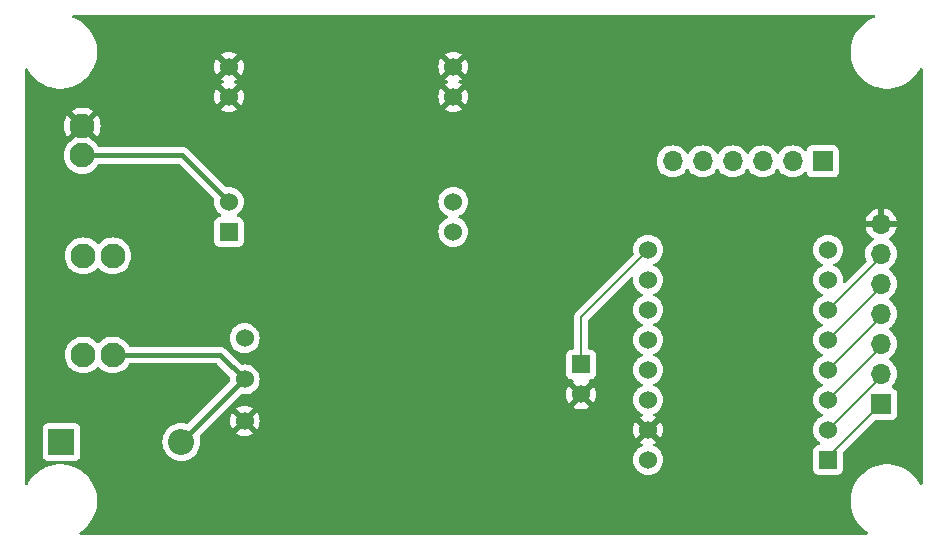
<source format=gtl>
G04 #@! TF.GenerationSoftware,KiCad,Pcbnew,8.0.8*
G04 #@! TF.CreationDate,2025-01-15T16:32:17-08:00*
G04 #@! TF.ProjectId,bentroller,62656e74-726f-46c6-9c65-722e6b696361,rev?*
G04 #@! TF.SameCoordinates,Original*
G04 #@! TF.FileFunction,Copper,L1,Top*
G04 #@! TF.FilePolarity,Positive*
%FSLAX46Y46*%
G04 Gerber Fmt 4.6, Leading zero omitted, Abs format (unit mm)*
G04 Created by KiCad (PCBNEW 8.0.8) date 2025-01-15 16:32:17*
%MOMM*%
%LPD*%
G01*
G04 APERTURE LIST*
G04 #@! TA.AperFunction,ComponentPad*
%ADD10R,1.700000X1.700000*%
G04 #@! TD*
G04 #@! TA.AperFunction,ComponentPad*
%ADD11O,1.700000X1.700000*%
G04 #@! TD*
G04 #@! TA.AperFunction,ComponentPad*
%ADD12C,2.100000*%
G04 #@! TD*
G04 #@! TA.AperFunction,ComponentPad*
%ADD13C,1.524000*%
G04 #@! TD*
G04 #@! TA.AperFunction,ComponentPad*
%ADD14R,1.524000X1.524000*%
G04 #@! TD*
G04 #@! TA.AperFunction,ComponentPad*
%ADD15R,2.200000X2.200000*%
G04 #@! TD*
G04 #@! TA.AperFunction,ComponentPad*
%ADD16O,2.200000X2.200000*%
G04 #@! TD*
G04 #@! TA.AperFunction,Conductor*
%ADD17C,0.200000*%
G04 #@! TD*
G04 #@! TA.AperFunction,Conductor*
%ADD18C,0.400000*%
G04 #@! TD*
G04 APERTURE END LIST*
D10*
X137500000Y-71540000D03*
D11*
X137500000Y-69000000D03*
X137500000Y-66460000D03*
X137500000Y-63920000D03*
X137500000Y-61380000D03*
X137500000Y-58840000D03*
X137500000Y-56300000D03*
D10*
X132540000Y-51000000D03*
D11*
X130000000Y-51000000D03*
X127460000Y-51000000D03*
X124920000Y-51000000D03*
X122380000Y-51000000D03*
X119840000Y-51000000D03*
D12*
X72440000Y-67395000D03*
X69940000Y-67395000D03*
X72440000Y-58995000D03*
X69940000Y-58995000D03*
X69860000Y-48000000D03*
X69860000Y-50500000D03*
D13*
X117760000Y-73740000D03*
X117760000Y-71200000D03*
X117760000Y-76280000D03*
X117760000Y-68660000D03*
X117760000Y-66120000D03*
X117760000Y-63580000D03*
X117760000Y-61040000D03*
X117760000Y-58500000D03*
X133000000Y-58500000D03*
X133000000Y-61040000D03*
X133000000Y-63580000D03*
X133000000Y-66120000D03*
X133000000Y-68660000D03*
X133000000Y-71200000D03*
X133000000Y-73740000D03*
D14*
X133000000Y-76280000D03*
D13*
X83600000Y-72970000D03*
X83600000Y-69470000D03*
X83600000Y-65970000D03*
X112100000Y-70740000D03*
D14*
X112100000Y-68200000D03*
X82268000Y-56970000D03*
D13*
X82268000Y-54430000D03*
X82268000Y-45540000D03*
X82268000Y-43000000D03*
X101268000Y-56970000D03*
X101268000Y-54430000D03*
X101268000Y-45540000D03*
X101268000Y-43000000D03*
D15*
X68090000Y-74750000D03*
D16*
X78250000Y-74750000D03*
D17*
X112100000Y-68200000D02*
X112100000Y-64160000D01*
X112100000Y-64160000D02*
X117760000Y-58500000D01*
X133000000Y-63580000D02*
X137500000Y-59080000D01*
X137500000Y-59080000D02*
X137500000Y-58840000D01*
X133000000Y-66120000D02*
X137500000Y-61620000D01*
X137500000Y-61620000D02*
X137500000Y-61380000D01*
X133000000Y-68660000D02*
X137500000Y-64160000D01*
X137500000Y-64160000D02*
X137500000Y-63920000D01*
X133000000Y-71200000D02*
X137500000Y-66700000D01*
X137500000Y-66700000D02*
X137500000Y-66460000D01*
X133000000Y-73740000D02*
X137500000Y-69240000D01*
X137500000Y-69240000D02*
X137500000Y-69000000D01*
X133000000Y-76280000D02*
X133000000Y-76040000D01*
X133000000Y-76040000D02*
X137500000Y-71540000D01*
D18*
X78250000Y-74750000D02*
X83530000Y-69470000D01*
D17*
X83530000Y-69470000D02*
X83600000Y-69470000D01*
D18*
X72440000Y-67395000D02*
X81525000Y-67395000D01*
X81525000Y-67395000D02*
X83600000Y-69470000D01*
X70000000Y-50500000D02*
X78338000Y-50500000D01*
X78338000Y-50500000D02*
X82268000Y-54430000D01*
G04 #@! TA.AperFunction,Conductor*
G36*
X136950467Y-38620185D02*
G01*
X136996222Y-38672989D01*
X137006166Y-38742147D01*
X136977141Y-38805703D01*
X136924386Y-38841539D01*
X136811621Y-38880998D01*
X136811614Y-38881000D01*
X136811609Y-38881003D01*
X136497869Y-39032092D01*
X136203000Y-39217371D01*
X136202998Y-39217372D01*
X135930743Y-39434487D01*
X135684487Y-39680743D01*
X135467372Y-39952998D01*
X135467371Y-39953000D01*
X135282092Y-40247869D01*
X135130999Y-40561617D01*
X135015985Y-40890307D01*
X135015982Y-40890315D01*
X134938491Y-41229829D01*
X134938489Y-41229841D01*
X134899500Y-41575875D01*
X134899500Y-41924124D01*
X134938489Y-42270158D01*
X134938490Y-42270167D01*
X134938491Y-42270171D01*
X134945713Y-42301811D01*
X135015982Y-42609684D01*
X135015985Y-42609692D01*
X135130999Y-42938382D01*
X135282092Y-43252130D01*
X135467371Y-43546999D01*
X135467372Y-43547001D01*
X135684487Y-43819256D01*
X135930743Y-44065512D01*
X136202998Y-44282627D01*
X136203001Y-44282628D01*
X136203003Y-44282630D01*
X136497867Y-44467906D01*
X136811621Y-44619002D01*
X137058488Y-44705384D01*
X137140307Y-44734014D01*
X137140315Y-44734017D01*
X137140318Y-44734017D01*
X137140319Y-44734018D01*
X137479829Y-44811509D01*
X137825876Y-44850499D01*
X137825877Y-44850500D01*
X137825880Y-44850500D01*
X138174123Y-44850500D01*
X138174123Y-44850499D01*
X138520171Y-44811509D01*
X138859681Y-44734018D01*
X139188379Y-44619002D01*
X139502133Y-44467906D01*
X139796997Y-44282630D01*
X139953758Y-44157618D01*
X140069256Y-44065512D01*
X140069258Y-44065509D01*
X140069263Y-44065506D01*
X140315506Y-43819263D01*
X140412061Y-43698187D01*
X140532627Y-43547001D01*
X140532628Y-43546999D01*
X140532630Y-43546997D01*
X140717906Y-43252133D01*
X140763780Y-43156875D01*
X140810602Y-43105016D01*
X140878029Y-43086703D01*
X140944653Y-43107751D01*
X140989322Y-43161477D01*
X140999500Y-43210677D01*
X140999500Y-78289322D01*
X140979815Y-78356361D01*
X140927011Y-78402116D01*
X140857853Y-78412060D01*
X140794297Y-78383035D01*
X140763780Y-78343124D01*
X140717907Y-78247869D01*
X140532628Y-77953000D01*
X140532627Y-77952998D01*
X140315512Y-77680743D01*
X140069256Y-77434487D01*
X139797001Y-77217372D01*
X139796999Y-77217371D01*
X139502130Y-77032092D01*
X139188382Y-76880999D01*
X138859692Y-76765985D01*
X138859684Y-76765982D01*
X138605048Y-76707863D01*
X138520171Y-76688491D01*
X138520167Y-76688490D01*
X138520158Y-76688489D01*
X138174124Y-76649500D01*
X138174120Y-76649500D01*
X137825880Y-76649500D01*
X137825875Y-76649500D01*
X137479841Y-76688489D01*
X137479829Y-76688491D01*
X137140315Y-76765982D01*
X137140307Y-76765985D01*
X136811617Y-76880999D01*
X136497869Y-77032092D01*
X136203000Y-77217371D01*
X136202998Y-77217372D01*
X135930743Y-77434487D01*
X135684487Y-77680743D01*
X135467372Y-77952998D01*
X135467371Y-77953000D01*
X135282092Y-78247869D01*
X135130999Y-78561617D01*
X135015985Y-78890307D01*
X135015982Y-78890315D01*
X134938491Y-79229829D01*
X134938489Y-79229841D01*
X134899500Y-79575875D01*
X134899500Y-79924124D01*
X134938489Y-80270158D01*
X134938491Y-80270170D01*
X135015982Y-80609684D01*
X135015985Y-80609692D01*
X135130999Y-80938382D01*
X135282092Y-81252130D01*
X135467371Y-81546999D01*
X135467372Y-81547001D01*
X135684487Y-81819256D01*
X135930743Y-82065512D01*
X136202998Y-82282627D01*
X136203000Y-82282628D01*
X136342856Y-82370506D01*
X136389147Y-82422841D01*
X136399795Y-82491894D01*
X136371420Y-82555743D01*
X136313030Y-82594115D01*
X136276884Y-82599500D01*
X69723116Y-82599500D01*
X69656077Y-82579815D01*
X69610322Y-82527011D01*
X69600378Y-82457853D01*
X69629403Y-82394297D01*
X69657144Y-82370506D01*
X69688918Y-82350540D01*
X69796997Y-82282630D01*
X69797001Y-82282627D01*
X70069256Y-82065512D01*
X70069258Y-82065509D01*
X70069263Y-82065506D01*
X70315506Y-81819263D01*
X70532630Y-81546997D01*
X70717906Y-81252133D01*
X70869002Y-80938379D01*
X70984018Y-80609681D01*
X71061509Y-80270171D01*
X71100500Y-79924120D01*
X71100500Y-79575880D01*
X71061509Y-79229829D01*
X70984018Y-78890319D01*
X70869002Y-78561621D01*
X70717906Y-78247867D01*
X70532630Y-77953003D01*
X70532628Y-77953000D01*
X70532627Y-77952998D01*
X70315512Y-77680743D01*
X70069256Y-77434487D01*
X69797001Y-77217372D01*
X69796999Y-77217371D01*
X69502130Y-77032092D01*
X69188382Y-76880999D01*
X68859692Y-76765985D01*
X68859684Y-76765982D01*
X68605048Y-76707863D01*
X68520171Y-76688491D01*
X68520167Y-76688490D01*
X68520158Y-76688489D01*
X68174124Y-76649500D01*
X68174120Y-76649500D01*
X67825880Y-76649500D01*
X67825875Y-76649500D01*
X67479841Y-76688489D01*
X67479829Y-76688491D01*
X67140315Y-76765982D01*
X67140307Y-76765985D01*
X66811617Y-76880999D01*
X66497869Y-77032092D01*
X66203000Y-77217371D01*
X66202998Y-77217372D01*
X65930743Y-77434487D01*
X65684487Y-77680743D01*
X65467372Y-77952998D01*
X65467371Y-77953000D01*
X65282092Y-78247869D01*
X65236220Y-78343124D01*
X65189397Y-78394983D01*
X65121970Y-78413296D01*
X65055346Y-78392248D01*
X65010678Y-78338522D01*
X65000500Y-78289322D01*
X65000500Y-73602135D01*
X66489500Y-73602135D01*
X66489500Y-75897870D01*
X66489501Y-75897876D01*
X66495908Y-75957483D01*
X66546202Y-76092328D01*
X66546206Y-76092335D01*
X66632452Y-76207544D01*
X66632455Y-76207547D01*
X66747664Y-76293793D01*
X66747671Y-76293797D01*
X66882517Y-76344091D01*
X66882516Y-76344091D01*
X66889444Y-76344835D01*
X66942127Y-76350500D01*
X69237872Y-76350499D01*
X69297483Y-76344091D01*
X69432331Y-76293796D01*
X69547546Y-76207546D01*
X69633796Y-76092331D01*
X69684091Y-75957483D01*
X69690500Y-75897873D01*
X69690499Y-73602128D01*
X69684091Y-73542517D01*
X69675701Y-73520023D01*
X69633797Y-73407671D01*
X69633793Y-73407664D01*
X69547547Y-73292455D01*
X69547544Y-73292452D01*
X69432335Y-73206206D01*
X69432328Y-73206202D01*
X69297482Y-73155908D01*
X69297483Y-73155908D01*
X69237883Y-73149501D01*
X69237881Y-73149500D01*
X69237873Y-73149500D01*
X69237864Y-73149500D01*
X66942129Y-73149500D01*
X66942123Y-73149501D01*
X66882516Y-73155908D01*
X66747671Y-73206202D01*
X66747664Y-73206206D01*
X66632455Y-73292452D01*
X66632452Y-73292455D01*
X66546206Y-73407664D01*
X66546202Y-73407671D01*
X66495908Y-73542517D01*
X66490488Y-73592939D01*
X66489501Y-73602123D01*
X66489500Y-73602135D01*
X65000500Y-73602135D01*
X65000500Y-67395000D01*
X68384706Y-67395000D01*
X68403853Y-67638297D01*
X68403853Y-67638300D01*
X68403854Y-67638302D01*
X68450255Y-67831575D01*
X68460830Y-67875619D01*
X68554222Y-68101089D01*
X68681737Y-68309173D01*
X68681738Y-68309176D01*
X68681741Y-68309179D01*
X68840241Y-68494759D01*
X68983897Y-68617453D01*
X69025823Y-68653261D01*
X69025826Y-68653262D01*
X69233910Y-68780777D01*
X69459381Y-68874169D01*
X69459378Y-68874169D01*
X69459384Y-68874170D01*
X69459388Y-68874172D01*
X69696698Y-68931146D01*
X69940000Y-68950294D01*
X70183302Y-68931146D01*
X70420612Y-68874172D01*
X70646089Y-68780777D01*
X70854179Y-68653259D01*
X71039759Y-68494759D01*
X71095712Y-68429245D01*
X71154216Y-68391055D01*
X71224083Y-68390555D01*
X71283130Y-68427908D01*
X71284181Y-68429121D01*
X71340240Y-68494758D01*
X71340241Y-68494759D01*
X71525823Y-68653261D01*
X71525826Y-68653262D01*
X71733910Y-68780777D01*
X71959381Y-68874169D01*
X71959378Y-68874169D01*
X71959384Y-68874170D01*
X71959388Y-68874172D01*
X72196698Y-68931146D01*
X72440000Y-68950294D01*
X72683302Y-68931146D01*
X72920612Y-68874172D01*
X73146089Y-68780777D01*
X73354179Y-68653259D01*
X73539759Y-68494759D01*
X73698259Y-68309179D01*
X73792918Y-68154710D01*
X73844729Y-68107835D01*
X73898645Y-68095500D01*
X81183481Y-68095500D01*
X81250520Y-68115185D01*
X81271162Y-68131819D01*
X82314048Y-69174705D01*
X82347533Y-69236028D01*
X82349895Y-69273193D01*
X82332677Y-69469997D01*
X82332677Y-69470002D01*
X82344262Y-69602439D01*
X82330495Y-69670939D01*
X82308415Y-69700926D01*
X78827555Y-73181786D01*
X78766232Y-73215271D01*
X78710928Y-73214679D01*
X78501152Y-73164318D01*
X78501148Y-73164317D01*
X78250000Y-73144551D01*
X77998848Y-73164317D01*
X77753889Y-73223126D01*
X77521140Y-73319533D01*
X77306346Y-73451160D01*
X77306343Y-73451161D01*
X77114776Y-73614776D01*
X76951161Y-73806343D01*
X76951160Y-73806346D01*
X76819533Y-74021140D01*
X76723126Y-74253889D01*
X76664317Y-74498848D01*
X76644551Y-74750000D01*
X76664317Y-75001151D01*
X76723126Y-75246110D01*
X76819533Y-75478859D01*
X76951160Y-75693653D01*
X76951161Y-75693656D01*
X76951164Y-75693659D01*
X77114776Y-75885224D01*
X77263066Y-76011875D01*
X77306343Y-76048838D01*
X77306346Y-76048839D01*
X77521140Y-76180466D01*
X77753889Y-76276873D01*
X77998852Y-76335683D01*
X78250000Y-76355449D01*
X78501148Y-76335683D01*
X78746111Y-76276873D01*
X78978859Y-76180466D01*
X79193659Y-76048836D01*
X79385224Y-75885224D01*
X79548836Y-75693659D01*
X79680466Y-75478859D01*
X79776873Y-75246111D01*
X79835683Y-75001148D01*
X79855449Y-74750000D01*
X79835683Y-74498852D01*
X79785319Y-74289069D01*
X79788810Y-74219289D01*
X79818210Y-74172445D01*
X81020656Y-72969999D01*
X82333179Y-72969999D01*
X82333179Y-72970000D01*
X82352424Y-73189976D01*
X82352426Y-73189986D01*
X82409575Y-73403270D01*
X82409580Y-73403284D01*
X82502898Y-73603405D01*
X82502901Y-73603411D01*
X82548258Y-73668187D01*
X82548258Y-73668188D01*
X83219000Y-72997446D01*
X83219000Y-73020160D01*
X83244964Y-73117061D01*
X83295124Y-73203940D01*
X83366060Y-73274876D01*
X83452939Y-73325036D01*
X83549840Y-73351000D01*
X83572553Y-73351000D01*
X82901810Y-74021740D01*
X82966590Y-74067099D01*
X82966592Y-74067100D01*
X83166715Y-74160419D01*
X83166729Y-74160424D01*
X83380013Y-74217573D01*
X83380023Y-74217575D01*
X83599999Y-74236821D01*
X83600001Y-74236821D01*
X83819976Y-74217575D01*
X83819986Y-74217573D01*
X84033270Y-74160424D01*
X84033284Y-74160419D01*
X84233407Y-74067100D01*
X84233417Y-74067094D01*
X84298188Y-74021741D01*
X83627448Y-73351000D01*
X83650160Y-73351000D01*
X83747061Y-73325036D01*
X83833940Y-73274876D01*
X83904876Y-73203940D01*
X83955036Y-73117061D01*
X83981000Y-73020160D01*
X83981000Y-72997447D01*
X84651741Y-73668188D01*
X84697094Y-73603417D01*
X84697100Y-73603407D01*
X84790419Y-73403284D01*
X84790424Y-73403270D01*
X84847573Y-73189986D01*
X84847575Y-73189976D01*
X84866821Y-72970000D01*
X84866821Y-72969999D01*
X84847575Y-72750023D01*
X84847573Y-72750013D01*
X84790424Y-72536729D01*
X84790420Y-72536720D01*
X84697096Y-72336586D01*
X84651741Y-72271811D01*
X84651740Y-72271810D01*
X83981000Y-72942551D01*
X83981000Y-72919840D01*
X83955036Y-72822939D01*
X83904876Y-72736060D01*
X83833940Y-72665124D01*
X83747061Y-72614964D01*
X83650160Y-72589000D01*
X83627447Y-72589000D01*
X84298188Y-71918258D01*
X84233411Y-71872901D01*
X84233405Y-71872898D01*
X84033284Y-71779580D01*
X84033270Y-71779575D01*
X83819986Y-71722426D01*
X83819976Y-71722424D01*
X83600001Y-71703179D01*
X83599999Y-71703179D01*
X83380023Y-71722424D01*
X83380013Y-71722426D01*
X83166729Y-71779575D01*
X83166720Y-71779579D01*
X82966590Y-71872901D01*
X82901811Y-71918258D01*
X83572554Y-72589000D01*
X83549840Y-72589000D01*
X83452939Y-72614964D01*
X83366060Y-72665124D01*
X83295124Y-72736060D01*
X83244964Y-72822939D01*
X83219000Y-72919840D01*
X83219000Y-72942553D01*
X82548258Y-72271811D01*
X82502901Y-72336590D01*
X82409579Y-72536720D01*
X82409575Y-72536729D01*
X82352426Y-72750013D01*
X82352424Y-72750023D01*
X82333179Y-72969999D01*
X81020656Y-72969999D01*
X83244649Y-70746006D01*
X83255650Y-70739999D01*
X110833179Y-70739999D01*
X110833179Y-70740000D01*
X110852424Y-70959976D01*
X110852426Y-70959986D01*
X110909575Y-71173270D01*
X110909580Y-71173284D01*
X111002898Y-71373405D01*
X111002901Y-71373411D01*
X111048258Y-71438187D01*
X111048258Y-71438188D01*
X111719000Y-70767446D01*
X111719000Y-70790160D01*
X111744964Y-70887061D01*
X111795124Y-70973940D01*
X111866060Y-71044876D01*
X111952939Y-71095036D01*
X112049840Y-71121000D01*
X112072553Y-71121000D01*
X111401810Y-71791740D01*
X111466590Y-71837099D01*
X111466592Y-71837100D01*
X111666715Y-71930419D01*
X111666729Y-71930424D01*
X111880013Y-71987573D01*
X111880023Y-71987575D01*
X112099999Y-72006821D01*
X112100001Y-72006821D01*
X112319976Y-71987575D01*
X112319986Y-71987573D01*
X112533270Y-71930424D01*
X112533284Y-71930419D01*
X112733407Y-71837100D01*
X112733417Y-71837094D01*
X112798188Y-71791741D01*
X112127448Y-71121000D01*
X112150160Y-71121000D01*
X112247061Y-71095036D01*
X112333940Y-71044876D01*
X112404876Y-70973940D01*
X112455036Y-70887061D01*
X112481000Y-70790160D01*
X112481000Y-70767447D01*
X113151741Y-71438188D01*
X113197094Y-71373417D01*
X113197100Y-71373407D01*
X113290419Y-71173284D01*
X113290424Y-71173270D01*
X113347573Y-70959986D01*
X113347575Y-70959976D01*
X113366821Y-70740000D01*
X113366821Y-70739999D01*
X113347575Y-70520023D01*
X113347573Y-70520013D01*
X113290424Y-70306729D01*
X113290420Y-70306720D01*
X113197096Y-70106586D01*
X113151741Y-70041811D01*
X113151740Y-70041810D01*
X112481000Y-70712551D01*
X112481000Y-70689840D01*
X112455036Y-70592939D01*
X112404876Y-70506060D01*
X112333940Y-70435124D01*
X112247061Y-70384964D01*
X112150160Y-70359000D01*
X112127447Y-70359000D01*
X112798188Y-69688258D01*
X112797925Y-69688074D01*
X112754300Y-69633498D01*
X112747106Y-69563999D01*
X112778628Y-69501644D01*
X112838858Y-69466230D01*
X112869047Y-69462499D01*
X112909872Y-69462499D01*
X112969483Y-69456091D01*
X113104331Y-69405796D01*
X113219546Y-69319546D01*
X113305796Y-69204331D01*
X113356091Y-69069483D01*
X113362500Y-69009873D01*
X113362499Y-67390128D01*
X113356091Y-67330517D01*
X113327126Y-67252859D01*
X113305797Y-67195671D01*
X113305793Y-67195664D01*
X113219547Y-67080455D01*
X113219544Y-67080452D01*
X113104335Y-66994206D01*
X113104328Y-66994202D01*
X112969482Y-66943908D01*
X112969483Y-66943908D01*
X112909883Y-66937501D01*
X112909881Y-66937500D01*
X112909873Y-66937500D01*
X112909865Y-66937500D01*
X112824500Y-66937500D01*
X112757461Y-66917815D01*
X112711706Y-66865011D01*
X112700500Y-66813500D01*
X112700500Y-64460097D01*
X112720185Y-64393058D01*
X112736819Y-64372416D01*
X114500065Y-62609170D01*
X116292375Y-60816859D01*
X116353696Y-60783376D01*
X116423388Y-60788360D01*
X116479321Y-60830232D01*
X116503738Y-60895696D01*
X116503582Y-60915349D01*
X116492677Y-61039997D01*
X116492677Y-61040002D01*
X116511929Y-61260062D01*
X116511930Y-61260070D01*
X116569104Y-61473445D01*
X116569105Y-61473447D01*
X116569106Y-61473450D01*
X116635302Y-61615408D01*
X116662466Y-61673662D01*
X116662468Y-61673666D01*
X116789170Y-61854615D01*
X116789175Y-61854621D01*
X116945378Y-62010824D01*
X116945384Y-62010829D01*
X117126333Y-62137531D01*
X117126335Y-62137532D01*
X117126338Y-62137534D01*
X117202093Y-62172859D01*
X117255189Y-62197618D01*
X117307628Y-62243790D01*
X117326780Y-62310984D01*
X117306564Y-62377865D01*
X117255189Y-62422382D01*
X117126340Y-62482465D01*
X117126338Y-62482466D01*
X116945377Y-62609175D01*
X116789175Y-62765377D01*
X116662466Y-62946338D01*
X116662465Y-62946340D01*
X116569107Y-63146548D01*
X116569104Y-63146554D01*
X116511930Y-63359929D01*
X116511929Y-63359937D01*
X116492677Y-63579997D01*
X116492677Y-63580002D01*
X116511929Y-63800062D01*
X116511930Y-63800070D01*
X116569104Y-64013445D01*
X116569105Y-64013447D01*
X116569106Y-64013450D01*
X116635302Y-64155408D01*
X116662466Y-64213662D01*
X116662468Y-64213666D01*
X116789170Y-64394615D01*
X116789175Y-64394621D01*
X116945378Y-64550824D01*
X116945384Y-64550829D01*
X117126333Y-64677531D01*
X117126335Y-64677532D01*
X117126338Y-64677534D01*
X117180258Y-64702677D01*
X117255189Y-64737618D01*
X117307628Y-64783790D01*
X117326780Y-64850984D01*
X117306564Y-64917865D01*
X117255189Y-64962382D01*
X117126340Y-65022465D01*
X117126338Y-65022466D01*
X116945377Y-65149175D01*
X116789175Y-65305377D01*
X116662466Y-65486338D01*
X116662465Y-65486340D01*
X116569107Y-65686548D01*
X116569104Y-65686554D01*
X116511930Y-65899929D01*
X116511929Y-65899937D01*
X116492677Y-66119997D01*
X116492677Y-66120002D01*
X116511929Y-66340062D01*
X116511930Y-66340070D01*
X116569104Y-66553445D01*
X116569105Y-66553447D01*
X116569106Y-66553450D01*
X116647431Y-66721420D01*
X116662466Y-66753662D01*
X116662468Y-66753666D01*
X116789170Y-66934615D01*
X116789175Y-66934621D01*
X116945378Y-67090824D01*
X116945384Y-67090829D01*
X117126333Y-67217531D01*
X117126335Y-67217532D01*
X117126338Y-67217534D01*
X117202093Y-67252859D01*
X117255189Y-67277618D01*
X117307628Y-67323790D01*
X117326780Y-67390984D01*
X117306564Y-67457865D01*
X117255189Y-67502382D01*
X117126340Y-67562465D01*
X117126338Y-67562466D01*
X116945377Y-67689175D01*
X116789175Y-67845377D01*
X116662466Y-68026338D01*
X116662465Y-68026340D01*
X116569107Y-68226548D01*
X116569104Y-68226554D01*
X116511930Y-68439929D01*
X116511929Y-68439937D01*
X116492677Y-68659997D01*
X116492677Y-68660002D01*
X116511929Y-68880062D01*
X116511930Y-68880070D01*
X116569104Y-69093445D01*
X116569105Y-69093447D01*
X116569106Y-69093450D01*
X116642077Y-69249937D01*
X116662466Y-69293662D01*
X116662468Y-69293666D01*
X116789170Y-69474615D01*
X116789175Y-69474621D01*
X116945378Y-69630824D01*
X116945384Y-69630829D01*
X117126333Y-69757531D01*
X117126335Y-69757532D01*
X117126338Y-69757534D01*
X117202093Y-69792859D01*
X117255189Y-69817618D01*
X117307628Y-69863790D01*
X117326780Y-69930984D01*
X117306564Y-69997865D01*
X117255189Y-70042382D01*
X117126340Y-70102465D01*
X117126338Y-70102466D01*
X116945377Y-70229175D01*
X116789175Y-70385377D01*
X116662466Y-70566338D01*
X116662465Y-70566340D01*
X116569107Y-70766548D01*
X116569104Y-70766554D01*
X116511930Y-70979929D01*
X116511929Y-70979937D01*
X116492677Y-71199997D01*
X116492677Y-71200002D01*
X116511929Y-71420062D01*
X116511930Y-71420070D01*
X116569104Y-71633445D01*
X116569105Y-71633447D01*
X116569106Y-71633450D01*
X116627140Y-71757905D01*
X116662466Y-71833662D01*
X116662468Y-71833666D01*
X116789170Y-72014615D01*
X116789175Y-72014621D01*
X116945378Y-72170824D01*
X116945384Y-72170829D01*
X117126333Y-72297531D01*
X117126335Y-72297532D01*
X117126338Y-72297534D01*
X117255189Y-72357618D01*
X117255781Y-72357894D01*
X117308220Y-72404066D01*
X117327372Y-72471260D01*
X117307156Y-72538141D01*
X117255781Y-72582658D01*
X117126590Y-72642901D01*
X117061811Y-72688258D01*
X117732554Y-73359000D01*
X117709840Y-73359000D01*
X117612939Y-73384964D01*
X117526060Y-73435124D01*
X117455124Y-73506060D01*
X117404964Y-73592939D01*
X117379000Y-73689840D01*
X117379000Y-73712553D01*
X116708258Y-73041811D01*
X116662901Y-73106590D01*
X116569579Y-73306720D01*
X116569575Y-73306729D01*
X116512426Y-73520013D01*
X116512424Y-73520023D01*
X116493179Y-73739999D01*
X116493179Y-73740000D01*
X116512424Y-73959976D01*
X116512426Y-73959986D01*
X116569575Y-74173270D01*
X116569580Y-74173284D01*
X116662898Y-74373405D01*
X116662901Y-74373411D01*
X116708258Y-74438187D01*
X116708258Y-74438188D01*
X117379000Y-73767446D01*
X117379000Y-73790160D01*
X117404964Y-73887061D01*
X117455124Y-73973940D01*
X117526060Y-74044876D01*
X117612939Y-74095036D01*
X117709840Y-74121000D01*
X117732553Y-74121000D01*
X117061810Y-74791740D01*
X117126589Y-74837098D01*
X117255781Y-74897342D01*
X117308220Y-74943514D01*
X117327372Y-75010708D01*
X117307156Y-75077589D01*
X117255781Y-75122106D01*
X117126340Y-75182465D01*
X117126338Y-75182466D01*
X116945377Y-75309175D01*
X116789175Y-75465377D01*
X116662466Y-75646338D01*
X116662465Y-75646340D01*
X116569107Y-75846548D01*
X116569104Y-75846554D01*
X116511930Y-76059929D01*
X116511929Y-76059937D01*
X116492677Y-76279997D01*
X116492677Y-76280002D01*
X116511929Y-76500062D01*
X116511930Y-76500070D01*
X116569104Y-76713445D01*
X116569105Y-76713447D01*
X116569106Y-76713450D01*
X116647235Y-76880998D01*
X116662466Y-76913662D01*
X116662468Y-76913666D01*
X116789170Y-77094615D01*
X116789175Y-77094621D01*
X116945378Y-77250824D01*
X116945384Y-77250829D01*
X117126333Y-77377531D01*
X117126335Y-77377532D01*
X117126338Y-77377534D01*
X117326550Y-77470894D01*
X117539932Y-77528070D01*
X117697123Y-77541822D01*
X117759998Y-77547323D01*
X117760000Y-77547323D01*
X117760002Y-77547323D01*
X117815151Y-77542498D01*
X117980068Y-77528070D01*
X118193450Y-77470894D01*
X118393662Y-77377534D01*
X118574620Y-77250826D01*
X118730826Y-77094620D01*
X118857534Y-76913662D01*
X118950894Y-76713450D01*
X119008070Y-76500068D01*
X119027323Y-76280000D01*
X119027049Y-76276873D01*
X119018615Y-76180466D01*
X119008070Y-76059932D01*
X118950894Y-75846550D01*
X118857534Y-75646339D01*
X118740264Y-75478859D01*
X118730827Y-75465381D01*
X118675963Y-75410517D01*
X118574620Y-75309174D01*
X118574616Y-75309171D01*
X118574615Y-75309170D01*
X118393666Y-75182468D01*
X118393662Y-75182466D01*
X118264218Y-75122105D01*
X118211779Y-75075932D01*
X118192627Y-75008739D01*
X118212843Y-74941858D01*
X118264219Y-74897340D01*
X118393416Y-74837095D01*
X118393417Y-74837094D01*
X118458188Y-74791741D01*
X117787448Y-74121000D01*
X117810160Y-74121000D01*
X117907061Y-74095036D01*
X117993940Y-74044876D01*
X118064876Y-73973940D01*
X118115036Y-73887061D01*
X118141000Y-73790160D01*
X118141000Y-73767447D01*
X118811741Y-74438188D01*
X118857094Y-74373417D01*
X118857100Y-74373407D01*
X118950419Y-74173284D01*
X118950424Y-74173270D01*
X119007573Y-73959986D01*
X119007575Y-73959976D01*
X119026821Y-73740000D01*
X119026821Y-73739999D01*
X119007575Y-73520023D01*
X119007573Y-73520013D01*
X118950424Y-73306729D01*
X118950420Y-73306720D01*
X118857096Y-73106586D01*
X118811741Y-73041811D01*
X118811740Y-73041810D01*
X118141000Y-73712551D01*
X118141000Y-73689840D01*
X118115036Y-73592939D01*
X118064876Y-73506060D01*
X117993940Y-73435124D01*
X117907061Y-73384964D01*
X117810160Y-73359000D01*
X117787447Y-73359000D01*
X118458188Y-72688258D01*
X118393411Y-72642901D01*
X118393405Y-72642898D01*
X118264219Y-72582658D01*
X118211779Y-72536486D01*
X118192627Y-72469293D01*
X118212843Y-72402411D01*
X118264219Y-72357894D01*
X118264811Y-72357618D01*
X118393662Y-72297534D01*
X118574620Y-72170826D01*
X118730826Y-72014620D01*
X118857534Y-71833662D01*
X118950894Y-71633450D01*
X119008070Y-71420068D01*
X119027323Y-71200000D01*
X119024984Y-71173270D01*
X119018010Y-71093553D01*
X119008070Y-70979932D01*
X118950894Y-70766550D01*
X118857534Y-70566339D01*
X118774441Y-70447669D01*
X118730827Y-70385381D01*
X118677898Y-70332452D01*
X118574620Y-70229174D01*
X118574616Y-70229171D01*
X118574615Y-70229170D01*
X118393666Y-70102468D01*
X118393658Y-70102464D01*
X118264811Y-70042382D01*
X118212371Y-69996210D01*
X118193219Y-69929017D01*
X118213435Y-69862135D01*
X118264811Y-69817618D01*
X118270802Y-69814824D01*
X118393662Y-69757534D01*
X118574620Y-69630826D01*
X118730826Y-69474620D01*
X118857534Y-69293662D01*
X118950894Y-69093450D01*
X119008070Y-68880068D01*
X119027323Y-68660000D01*
X119026733Y-68653261D01*
X119013253Y-68499174D01*
X119008070Y-68439932D01*
X118950894Y-68226550D01*
X118857534Y-68026339D01*
X118794180Y-67935859D01*
X118730827Y-67845381D01*
X118662444Y-67776998D01*
X118574620Y-67689174D01*
X118574616Y-67689171D01*
X118574615Y-67689170D01*
X118393666Y-67562468D01*
X118393658Y-67562464D01*
X118264811Y-67502382D01*
X118212371Y-67456210D01*
X118193219Y-67389017D01*
X118213435Y-67322135D01*
X118264811Y-67277618D01*
X118270802Y-67274824D01*
X118393662Y-67217534D01*
X118574620Y-67090826D01*
X118730826Y-66934620D01*
X118857534Y-66753662D01*
X118950894Y-66553450D01*
X119008070Y-66340068D01*
X119022509Y-66175017D01*
X119027323Y-66120002D01*
X119027323Y-66119997D01*
X119014200Y-65969997D01*
X119008070Y-65899932D01*
X118950894Y-65686550D01*
X118857534Y-65486339D01*
X118730826Y-65305380D01*
X118574620Y-65149174D01*
X118574616Y-65149171D01*
X118574615Y-65149170D01*
X118393666Y-65022468D01*
X118393658Y-65022464D01*
X118264811Y-64962382D01*
X118212371Y-64916210D01*
X118193219Y-64849017D01*
X118213435Y-64782135D01*
X118264811Y-64737618D01*
X118298456Y-64721929D01*
X118393662Y-64677534D01*
X118574620Y-64550826D01*
X118730826Y-64394620D01*
X118857534Y-64213662D01*
X118950894Y-64013450D01*
X119008070Y-63800068D01*
X119027323Y-63580000D01*
X119008070Y-63359932D01*
X118950894Y-63146550D01*
X118857534Y-62946339D01*
X118730826Y-62765380D01*
X118574620Y-62609174D01*
X118574616Y-62609171D01*
X118574615Y-62609170D01*
X118393666Y-62482468D01*
X118393658Y-62482464D01*
X118264811Y-62422382D01*
X118212371Y-62376210D01*
X118193219Y-62309017D01*
X118213435Y-62242135D01*
X118264811Y-62197618D01*
X118270802Y-62194824D01*
X118393662Y-62137534D01*
X118574620Y-62010826D01*
X118730826Y-61854620D01*
X118857534Y-61673662D01*
X118950894Y-61473450D01*
X119008070Y-61260068D01*
X119027323Y-61040000D01*
X119008070Y-60819932D01*
X118950894Y-60606550D01*
X118857534Y-60406339D01*
X118750349Y-60253262D01*
X118730827Y-60225381D01*
X118662444Y-60156998D01*
X118574620Y-60069174D01*
X118574616Y-60069171D01*
X118574615Y-60069170D01*
X118393666Y-59942468D01*
X118393658Y-59942464D01*
X118264811Y-59882382D01*
X118212371Y-59836210D01*
X118193219Y-59769017D01*
X118213435Y-59702135D01*
X118264811Y-59657618D01*
X118270802Y-59654824D01*
X118393662Y-59597534D01*
X118574620Y-59470826D01*
X118730826Y-59314620D01*
X118857534Y-59133662D01*
X118950894Y-58933450D01*
X119008070Y-58720068D01*
X119027323Y-58500000D01*
X119027323Y-58499997D01*
X131732677Y-58499997D01*
X131732677Y-58500002D01*
X131751929Y-58720062D01*
X131751930Y-58720070D01*
X131809104Y-58933445D01*
X131809105Y-58933447D01*
X131809106Y-58933450D01*
X131875302Y-59075408D01*
X131902466Y-59133662D01*
X131902468Y-59133666D01*
X132029170Y-59314615D01*
X132029175Y-59314621D01*
X132185378Y-59470824D01*
X132185384Y-59470829D01*
X132366333Y-59597531D01*
X132366335Y-59597532D01*
X132366338Y-59597534D01*
X132485748Y-59653215D01*
X132495189Y-59657618D01*
X132547628Y-59703790D01*
X132566780Y-59770984D01*
X132546564Y-59837865D01*
X132495189Y-59882382D01*
X132366340Y-59942465D01*
X132366338Y-59942466D01*
X132185377Y-60069175D01*
X132029175Y-60225377D01*
X131902466Y-60406338D01*
X131902465Y-60406340D01*
X131809107Y-60606548D01*
X131809104Y-60606554D01*
X131751930Y-60819929D01*
X131751929Y-60819937D01*
X131732677Y-61039997D01*
X131732677Y-61040002D01*
X131751929Y-61260062D01*
X131751930Y-61260070D01*
X131809104Y-61473445D01*
X131809105Y-61473447D01*
X131809106Y-61473450D01*
X131875302Y-61615408D01*
X131902466Y-61673662D01*
X131902468Y-61673666D01*
X132029170Y-61854615D01*
X132029175Y-61854621D01*
X132185378Y-62010824D01*
X132185384Y-62010829D01*
X132366333Y-62137531D01*
X132366335Y-62137532D01*
X132366338Y-62137534D01*
X132442093Y-62172859D01*
X132495189Y-62197618D01*
X132547628Y-62243790D01*
X132566780Y-62310984D01*
X132546564Y-62377865D01*
X132495189Y-62422382D01*
X132366340Y-62482465D01*
X132366338Y-62482466D01*
X132185377Y-62609175D01*
X132029175Y-62765377D01*
X131902466Y-62946338D01*
X131902465Y-62946340D01*
X131809107Y-63146548D01*
X131809104Y-63146554D01*
X131751930Y-63359929D01*
X131751929Y-63359937D01*
X131732677Y-63579997D01*
X131732677Y-63580002D01*
X131751929Y-63800062D01*
X131751930Y-63800070D01*
X131809104Y-64013445D01*
X131809105Y-64013447D01*
X131809106Y-64013450D01*
X131875302Y-64155408D01*
X131902466Y-64213662D01*
X131902468Y-64213666D01*
X132029170Y-64394615D01*
X132029175Y-64394621D01*
X132185378Y-64550824D01*
X132185384Y-64550829D01*
X132366333Y-64677531D01*
X132366335Y-64677532D01*
X132366338Y-64677534D01*
X132420258Y-64702677D01*
X132495189Y-64737618D01*
X132547628Y-64783790D01*
X132566780Y-64850984D01*
X132546564Y-64917865D01*
X132495189Y-64962382D01*
X132366340Y-65022465D01*
X132366338Y-65022466D01*
X132185377Y-65149175D01*
X132029175Y-65305377D01*
X131902466Y-65486338D01*
X131902465Y-65486340D01*
X131809107Y-65686548D01*
X131809104Y-65686554D01*
X131751930Y-65899929D01*
X131751929Y-65899937D01*
X131732677Y-66119997D01*
X131732677Y-66120002D01*
X131751929Y-66340062D01*
X131751930Y-66340070D01*
X131809104Y-66553445D01*
X131809105Y-66553447D01*
X131809106Y-66553450D01*
X131887431Y-66721420D01*
X131902466Y-66753662D01*
X131902468Y-66753666D01*
X132029170Y-66934615D01*
X132029175Y-66934621D01*
X132185378Y-67090824D01*
X132185384Y-67090829D01*
X132366333Y-67217531D01*
X132366335Y-67217532D01*
X132366338Y-67217534D01*
X132442093Y-67252859D01*
X132495189Y-67277618D01*
X132547628Y-67323790D01*
X132566780Y-67390984D01*
X132546564Y-67457865D01*
X132495189Y-67502382D01*
X132366340Y-67562465D01*
X132366338Y-67562466D01*
X132185377Y-67689175D01*
X132029175Y-67845377D01*
X131902466Y-68026338D01*
X131902465Y-68026340D01*
X131809107Y-68226548D01*
X131809104Y-68226554D01*
X131751930Y-68439929D01*
X131751929Y-68439937D01*
X131732677Y-68659997D01*
X131732677Y-68660002D01*
X131751929Y-68880062D01*
X131751930Y-68880070D01*
X131809104Y-69093445D01*
X131809105Y-69093447D01*
X131809106Y-69093450D01*
X131882077Y-69249937D01*
X131902466Y-69293662D01*
X131902468Y-69293666D01*
X132029170Y-69474615D01*
X132029175Y-69474621D01*
X132185378Y-69630824D01*
X132185384Y-69630829D01*
X132366333Y-69757531D01*
X132366335Y-69757532D01*
X132366338Y-69757534D01*
X132442093Y-69792859D01*
X132495189Y-69817618D01*
X132547628Y-69863790D01*
X132566780Y-69930984D01*
X132546564Y-69997865D01*
X132495189Y-70042382D01*
X132366340Y-70102465D01*
X132366338Y-70102466D01*
X132185377Y-70229175D01*
X132029175Y-70385377D01*
X131902466Y-70566338D01*
X131902465Y-70566340D01*
X131809107Y-70766548D01*
X131809104Y-70766554D01*
X131751930Y-70979929D01*
X131751929Y-70979937D01*
X131732677Y-71199997D01*
X131732677Y-71200002D01*
X131751929Y-71420062D01*
X131751930Y-71420070D01*
X131809104Y-71633445D01*
X131809105Y-71633447D01*
X131809106Y-71633450D01*
X131867140Y-71757905D01*
X131902466Y-71833662D01*
X131902468Y-71833666D01*
X132029170Y-72014615D01*
X132029175Y-72014621D01*
X132185378Y-72170824D01*
X132185384Y-72170829D01*
X132366333Y-72297531D01*
X132366335Y-72297532D01*
X132366338Y-72297534D01*
X132485748Y-72353215D01*
X132495189Y-72357618D01*
X132547628Y-72403790D01*
X132566780Y-72470984D01*
X132546564Y-72537865D01*
X132495189Y-72582382D01*
X132366340Y-72642465D01*
X132366338Y-72642466D01*
X132185377Y-72769175D01*
X132029175Y-72925377D01*
X131902466Y-73106338D01*
X131902465Y-73106340D01*
X131809107Y-73306548D01*
X131809104Y-73306554D01*
X131751930Y-73519929D01*
X131751929Y-73519937D01*
X131732677Y-73739997D01*
X131732677Y-73740002D01*
X131751929Y-73960062D01*
X131751930Y-73960070D01*
X131809104Y-74173445D01*
X131809105Y-74173447D01*
X131809106Y-74173450D01*
X131846615Y-74253889D01*
X131902466Y-74373662D01*
X131902468Y-74373666D01*
X132029170Y-74554615D01*
X132029174Y-74554620D01*
X132185380Y-74710826D01*
X132300937Y-74791740D01*
X132301202Y-74791925D01*
X132344827Y-74846502D01*
X132352021Y-74916000D01*
X132320498Y-74978355D01*
X132260269Y-75013769D01*
X132230082Y-75017500D01*
X132190131Y-75017500D01*
X132190123Y-75017501D01*
X132130516Y-75023908D01*
X131995671Y-75074202D01*
X131995664Y-75074206D01*
X131880455Y-75160452D01*
X131880452Y-75160455D01*
X131794206Y-75275664D01*
X131794202Y-75275671D01*
X131743908Y-75410517D01*
X131737501Y-75470116D01*
X131737500Y-75470135D01*
X131737500Y-77089870D01*
X131737501Y-77089876D01*
X131743908Y-77149483D01*
X131794202Y-77284328D01*
X131794206Y-77284335D01*
X131880452Y-77399544D01*
X131880455Y-77399547D01*
X131995664Y-77485793D01*
X131995671Y-77485797D01*
X132130517Y-77536091D01*
X132130516Y-77536091D01*
X132137444Y-77536835D01*
X132190127Y-77542500D01*
X133809872Y-77542499D01*
X133869483Y-77536091D01*
X134004331Y-77485796D01*
X134119546Y-77399546D01*
X134205796Y-77284331D01*
X134256091Y-77149483D01*
X134262500Y-77089873D01*
X134262499Y-75678095D01*
X134282184Y-75611057D01*
X134298813Y-75590420D01*
X136962416Y-72926818D01*
X137023739Y-72893333D01*
X137050097Y-72890499D01*
X138397871Y-72890499D01*
X138397872Y-72890499D01*
X138457483Y-72884091D01*
X138592331Y-72833796D01*
X138707546Y-72747546D01*
X138793796Y-72632331D01*
X138844091Y-72497483D01*
X138850500Y-72437873D01*
X138850499Y-70642128D01*
X138844091Y-70582517D01*
X138838502Y-70567533D01*
X138793797Y-70447671D01*
X138793793Y-70447664D01*
X138707547Y-70332455D01*
X138707544Y-70332452D01*
X138592335Y-70246206D01*
X138592328Y-70246202D01*
X138460917Y-70197189D01*
X138404983Y-70155318D01*
X138380566Y-70089853D01*
X138395418Y-70021580D01*
X138416563Y-69993332D01*
X138538495Y-69871401D01*
X138674035Y-69677830D01*
X138773903Y-69463663D01*
X138835063Y-69235408D01*
X138855659Y-69000000D01*
X138835063Y-68764592D01*
X138773903Y-68536337D01*
X138674035Y-68322171D01*
X138664935Y-68309174D01*
X138538494Y-68128597D01*
X138371402Y-67961506D01*
X138371396Y-67961501D01*
X138185842Y-67831575D01*
X138142217Y-67776998D01*
X138135023Y-67707500D01*
X138166546Y-67645145D01*
X138185842Y-67628425D01*
X138280044Y-67562464D01*
X138371401Y-67498495D01*
X138538495Y-67331401D01*
X138674035Y-67137830D01*
X138773903Y-66923663D01*
X138835063Y-66695408D01*
X138855659Y-66460000D01*
X138835063Y-66224592D01*
X138777356Y-66009223D01*
X138773905Y-65996344D01*
X138773904Y-65996343D01*
X138773903Y-65996337D01*
X138674035Y-65782171D01*
X138651462Y-65749932D01*
X138538494Y-65588597D01*
X138371402Y-65421506D01*
X138371396Y-65421501D01*
X138185842Y-65291575D01*
X138142217Y-65236998D01*
X138135023Y-65167500D01*
X138166546Y-65105145D01*
X138185842Y-65088425D01*
X138313311Y-64999170D01*
X138371401Y-64958495D01*
X138538495Y-64791401D01*
X138674035Y-64597830D01*
X138773903Y-64383663D01*
X138835063Y-64155408D01*
X138855659Y-63920000D01*
X138835063Y-63684592D01*
X138773903Y-63456337D01*
X138674035Y-63242171D01*
X138622324Y-63168319D01*
X138538494Y-63048597D01*
X138371402Y-62881506D01*
X138371396Y-62881501D01*
X138185842Y-62751575D01*
X138142217Y-62696998D01*
X138135023Y-62627500D01*
X138166546Y-62565145D01*
X138185842Y-62548425D01*
X138280044Y-62482464D01*
X138371401Y-62418495D01*
X138538495Y-62251401D01*
X138674035Y-62057830D01*
X138773903Y-61843663D01*
X138835063Y-61615408D01*
X138855659Y-61380000D01*
X138835063Y-61144592D01*
X138773903Y-60916337D01*
X138674035Y-60702171D01*
X138607080Y-60606548D01*
X138538494Y-60508597D01*
X138371402Y-60341506D01*
X138371396Y-60341501D01*
X138185842Y-60211575D01*
X138142217Y-60156998D01*
X138135023Y-60087500D01*
X138166546Y-60025145D01*
X138185842Y-60008425D01*
X138280044Y-59942464D01*
X138371401Y-59878495D01*
X138538495Y-59711401D01*
X138674035Y-59517830D01*
X138773903Y-59303663D01*
X138835063Y-59075408D01*
X138855659Y-58840000D01*
X138835063Y-58604592D01*
X138773903Y-58376337D01*
X138674035Y-58162171D01*
X138673140Y-58160892D01*
X138538494Y-57968597D01*
X138371402Y-57801506D01*
X138371401Y-57801505D01*
X138185405Y-57671269D01*
X138141781Y-57616692D01*
X138134588Y-57547193D01*
X138166110Y-57484839D01*
X138185405Y-57468119D01*
X138371082Y-57338105D01*
X138538105Y-57171082D01*
X138673600Y-56977578D01*
X138773429Y-56763492D01*
X138773432Y-56763486D01*
X138830636Y-56550000D01*
X137933012Y-56550000D01*
X137965925Y-56492993D01*
X138000000Y-56365826D01*
X138000000Y-56234174D01*
X137965925Y-56107007D01*
X137933012Y-56050000D01*
X138830636Y-56050000D01*
X138830635Y-56049999D01*
X138773432Y-55836513D01*
X138773429Y-55836507D01*
X138673600Y-55622422D01*
X138673599Y-55622420D01*
X138538113Y-55428926D01*
X138538108Y-55428920D01*
X138371082Y-55261894D01*
X138177578Y-55126399D01*
X137963492Y-55026570D01*
X137963486Y-55026567D01*
X137750000Y-54969364D01*
X137750000Y-55866988D01*
X137692993Y-55834075D01*
X137565826Y-55800000D01*
X137434174Y-55800000D01*
X137307007Y-55834075D01*
X137250000Y-55866988D01*
X137250000Y-54969364D01*
X137249999Y-54969364D01*
X137036513Y-55026567D01*
X137036507Y-55026570D01*
X136822422Y-55126399D01*
X136822420Y-55126400D01*
X136628926Y-55261886D01*
X136628920Y-55261891D01*
X136461891Y-55428920D01*
X136461886Y-55428926D01*
X136326400Y-55622420D01*
X136326399Y-55622422D01*
X136226570Y-55836507D01*
X136226567Y-55836513D01*
X136169364Y-56049999D01*
X136169364Y-56050000D01*
X137066988Y-56050000D01*
X137034075Y-56107007D01*
X137000000Y-56234174D01*
X137000000Y-56365826D01*
X137034075Y-56492993D01*
X137066988Y-56550000D01*
X136169364Y-56550000D01*
X136226567Y-56763486D01*
X136226570Y-56763492D01*
X136326399Y-56977578D01*
X136461894Y-57171082D01*
X136628917Y-57338105D01*
X136814595Y-57468119D01*
X136858219Y-57522696D01*
X136865412Y-57592195D01*
X136833890Y-57654549D01*
X136814595Y-57671269D01*
X136628594Y-57801508D01*
X136461505Y-57968597D01*
X136325965Y-58162169D01*
X136325964Y-58162171D01*
X136226098Y-58376335D01*
X136226094Y-58376344D01*
X136164938Y-58604586D01*
X136164936Y-58604596D01*
X136144341Y-58839999D01*
X136144341Y-58840000D01*
X136164936Y-59075403D01*
X136164938Y-59075413D01*
X136226094Y-59303655D01*
X136226096Y-59303659D01*
X136226097Y-59303663D01*
X136231207Y-59314621D01*
X136253325Y-59362053D01*
X136263817Y-59431131D01*
X136235297Y-59494915D01*
X136228624Y-59502139D01*
X134467626Y-61263137D01*
X134406303Y-61296622D01*
X134336611Y-61291638D01*
X134280678Y-61249766D01*
X134256261Y-61184302D01*
X134256416Y-61164660D01*
X134267323Y-61040000D01*
X134248070Y-60819932D01*
X134190894Y-60606550D01*
X134097534Y-60406339D01*
X133990349Y-60253262D01*
X133970827Y-60225381D01*
X133902444Y-60156998D01*
X133814620Y-60069174D01*
X133814616Y-60069171D01*
X133814615Y-60069170D01*
X133633666Y-59942468D01*
X133633658Y-59942464D01*
X133504811Y-59882382D01*
X133452371Y-59836210D01*
X133433219Y-59769017D01*
X133453435Y-59702135D01*
X133504811Y-59657618D01*
X133510802Y-59654824D01*
X133633662Y-59597534D01*
X133814620Y-59470826D01*
X133970826Y-59314620D01*
X134097534Y-59133662D01*
X134190894Y-58933450D01*
X134248070Y-58720068D01*
X134267323Y-58500000D01*
X134248070Y-58279932D01*
X134190894Y-58066550D01*
X134097534Y-57866339D01*
X133970826Y-57685380D01*
X133814620Y-57529174D01*
X133814616Y-57529171D01*
X133814615Y-57529170D01*
X133633666Y-57402468D01*
X133633662Y-57402466D01*
X133633660Y-57402465D01*
X133433450Y-57309106D01*
X133433447Y-57309105D01*
X133433445Y-57309104D01*
X133220070Y-57251930D01*
X133220062Y-57251929D01*
X133000002Y-57232677D01*
X132999998Y-57232677D01*
X132779937Y-57251929D01*
X132779929Y-57251930D01*
X132566554Y-57309104D01*
X132566548Y-57309107D01*
X132366340Y-57402465D01*
X132366338Y-57402466D01*
X132185377Y-57529175D01*
X132029175Y-57685377D01*
X131902466Y-57866338D01*
X131902465Y-57866340D01*
X131809107Y-58066548D01*
X131809104Y-58066554D01*
X131751930Y-58279929D01*
X131751929Y-58279937D01*
X131732677Y-58499997D01*
X119027323Y-58499997D01*
X119008070Y-58279932D01*
X118950894Y-58066550D01*
X118857534Y-57866339D01*
X118730826Y-57685380D01*
X118574620Y-57529174D01*
X118574616Y-57529171D01*
X118574615Y-57529170D01*
X118393666Y-57402468D01*
X118393662Y-57402466D01*
X118393660Y-57402465D01*
X118193450Y-57309106D01*
X118193447Y-57309105D01*
X118193445Y-57309104D01*
X117980070Y-57251930D01*
X117980062Y-57251929D01*
X117760002Y-57232677D01*
X117759998Y-57232677D01*
X117539937Y-57251929D01*
X117539929Y-57251930D01*
X117326554Y-57309104D01*
X117326548Y-57309107D01*
X117126340Y-57402465D01*
X117126338Y-57402466D01*
X116945377Y-57529175D01*
X116789175Y-57685377D01*
X116662466Y-57866338D01*
X116662465Y-57866340D01*
X116569107Y-58066548D01*
X116569104Y-58066554D01*
X116511930Y-58279929D01*
X116511929Y-58279937D01*
X116503495Y-58376344D01*
X116492677Y-58500000D01*
X116511929Y-58720062D01*
X116511930Y-58720066D01*
X116511930Y-58720070D01*
X116531178Y-58791904D01*
X116529515Y-58861754D01*
X116499084Y-58911678D01*
X111731286Y-63679478D01*
X111619482Y-63791281D01*
X111619480Y-63791283D01*
X111612637Y-63803137D01*
X111602059Y-63821459D01*
X111593305Y-63836622D01*
X111545167Y-63919999D01*
X111540423Y-63928215D01*
X111499499Y-64080943D01*
X111499499Y-64080945D01*
X111499499Y-64249046D01*
X111499500Y-64249059D01*
X111499500Y-66813500D01*
X111479815Y-66880539D01*
X111427011Y-66926294D01*
X111375501Y-66937500D01*
X111290130Y-66937500D01*
X111290123Y-66937501D01*
X111230516Y-66943908D01*
X111095671Y-66994202D01*
X111095664Y-66994206D01*
X110980455Y-67080452D01*
X110980452Y-67080455D01*
X110894206Y-67195664D01*
X110894202Y-67195671D01*
X110843908Y-67330517D01*
X110837501Y-67390116D01*
X110837500Y-67390128D01*
X110837500Y-69009870D01*
X110837501Y-69009876D01*
X110843908Y-69069483D01*
X110894202Y-69204328D01*
X110894206Y-69204335D01*
X110980452Y-69319544D01*
X110980455Y-69319547D01*
X111095664Y-69405793D01*
X111095671Y-69405797D01*
X111230517Y-69456091D01*
X111230516Y-69456091D01*
X111237444Y-69456835D01*
X111290127Y-69462500D01*
X111330949Y-69462499D01*
X111397986Y-69482182D01*
X111443742Y-69534985D01*
X111453687Y-69604143D01*
X111424664Y-69667700D01*
X111402072Y-69688074D01*
X111401811Y-69688256D01*
X111401810Y-69688257D01*
X112072554Y-70359000D01*
X112049840Y-70359000D01*
X111952939Y-70384964D01*
X111866060Y-70435124D01*
X111795124Y-70506060D01*
X111744964Y-70592939D01*
X111719000Y-70689840D01*
X111719000Y-70712553D01*
X111048258Y-70041811D01*
X111002901Y-70106590D01*
X110909579Y-70306720D01*
X110909575Y-70306729D01*
X110852426Y-70520013D01*
X110852424Y-70520023D01*
X110833179Y-70739999D01*
X83255650Y-70739999D01*
X83305970Y-70712523D01*
X83364420Y-70713914D01*
X83371188Y-70715727D01*
X83379932Y-70718070D01*
X83537123Y-70731822D01*
X83599998Y-70737323D01*
X83600000Y-70737323D01*
X83600002Y-70737323D01*
X83655017Y-70732509D01*
X83820068Y-70718070D01*
X84033450Y-70660894D01*
X84233662Y-70567534D01*
X84414620Y-70440826D01*
X84570826Y-70284620D01*
X84697534Y-70103662D01*
X84790894Y-69903450D01*
X84848070Y-69690068D01*
X84867323Y-69470000D01*
X84848070Y-69249932D01*
X84790894Y-69036550D01*
X84697534Y-68836339D01*
X84634180Y-68745859D01*
X84570827Y-68655381D01*
X84568705Y-68653259D01*
X84414620Y-68499174D01*
X84414616Y-68499171D01*
X84414615Y-68499170D01*
X84233666Y-68372468D01*
X84233662Y-68372466D01*
X84224288Y-68368095D01*
X84033450Y-68279106D01*
X84033447Y-68279105D01*
X84033445Y-68279104D01*
X83820070Y-68221930D01*
X83820062Y-68221929D01*
X83600002Y-68202677D01*
X83599998Y-68202677D01*
X83403193Y-68219895D01*
X83334693Y-68206128D01*
X83304705Y-68184048D01*
X81971546Y-66850888D01*
X81971545Y-66850887D01*
X81856807Y-66774222D01*
X81729332Y-66721421D01*
X81729322Y-66721418D01*
X81593996Y-66694500D01*
X81593994Y-66694500D01*
X81593993Y-66694500D01*
X73898645Y-66694500D01*
X73831606Y-66674815D01*
X73792918Y-66635290D01*
X73698262Y-66480825D01*
X73698261Y-66480823D01*
X73628755Y-66399442D01*
X73539759Y-66295241D01*
X73416610Y-66190062D01*
X73354176Y-66136738D01*
X73354173Y-66136737D01*
X73146089Y-66009222D01*
X73051390Y-65969997D01*
X82332677Y-65969997D01*
X82332677Y-65970002D01*
X82351929Y-66190062D01*
X82351930Y-66190070D01*
X82409104Y-66403445D01*
X82409105Y-66403447D01*
X82409106Y-66403450D01*
X82445187Y-66480826D01*
X82502466Y-66603662D01*
X82502468Y-66603666D01*
X82629170Y-66784615D01*
X82629175Y-66784621D01*
X82785378Y-66940824D01*
X82785384Y-66940829D01*
X82966333Y-67067531D01*
X82966335Y-67067532D01*
X82966338Y-67067534D01*
X83166550Y-67160894D01*
X83379932Y-67218070D01*
X83537123Y-67231822D01*
X83599998Y-67237323D01*
X83600000Y-67237323D01*
X83600002Y-67237323D01*
X83655017Y-67232509D01*
X83820068Y-67218070D01*
X84033450Y-67160894D01*
X84233662Y-67067534D01*
X84414620Y-66940826D01*
X84570826Y-66784620D01*
X84697534Y-66603662D01*
X84790894Y-66403450D01*
X84848070Y-66190068D01*
X84867323Y-65970000D01*
X84848070Y-65749932D01*
X84790894Y-65536550D01*
X84697534Y-65336339D01*
X84595067Y-65190000D01*
X84570827Y-65155381D01*
X84503871Y-65088425D01*
X84414620Y-64999174D01*
X84414616Y-64999171D01*
X84414615Y-64999170D01*
X84233666Y-64872468D01*
X84233662Y-64872466D01*
X84191224Y-64852677D01*
X84033450Y-64779106D01*
X84033447Y-64779105D01*
X84033445Y-64779104D01*
X83820070Y-64721930D01*
X83820062Y-64721929D01*
X83600002Y-64702677D01*
X83599998Y-64702677D01*
X83379937Y-64721929D01*
X83379929Y-64721930D01*
X83166554Y-64779104D01*
X83166548Y-64779107D01*
X82966340Y-64872465D01*
X82966338Y-64872466D01*
X82785377Y-64999175D01*
X82629175Y-65155377D01*
X82502466Y-65336338D01*
X82502465Y-65336340D01*
X82409107Y-65536548D01*
X82409104Y-65536554D01*
X82351930Y-65749929D01*
X82351929Y-65749937D01*
X82332677Y-65969997D01*
X73051390Y-65969997D01*
X72920618Y-65915830D01*
X72920621Y-65915830D01*
X72814992Y-65890470D01*
X72683302Y-65858854D01*
X72683300Y-65858853D01*
X72683297Y-65858853D01*
X72440000Y-65839706D01*
X72196702Y-65858853D01*
X71959380Y-65915830D01*
X71733910Y-66009222D01*
X71525826Y-66136737D01*
X71525823Y-66136738D01*
X71340241Y-66295241D01*
X71284290Y-66360751D01*
X71225783Y-66398944D01*
X71155915Y-66399442D01*
X71096869Y-66362088D01*
X71095710Y-66360751D01*
X71080666Y-66343137D01*
X71039759Y-66295241D01*
X70916610Y-66190062D01*
X70854176Y-66136738D01*
X70854173Y-66136737D01*
X70646089Y-66009222D01*
X70420618Y-65915830D01*
X70420621Y-65915830D01*
X70314992Y-65890470D01*
X70183302Y-65858854D01*
X70183300Y-65858853D01*
X70183297Y-65858853D01*
X69940000Y-65839706D01*
X69696702Y-65858853D01*
X69459380Y-65915830D01*
X69233910Y-66009222D01*
X69025826Y-66136737D01*
X69025823Y-66136738D01*
X68840241Y-66295241D01*
X68681738Y-66480823D01*
X68681737Y-66480826D01*
X68554222Y-66688910D01*
X68460830Y-66914380D01*
X68403853Y-67151702D01*
X68384706Y-67395000D01*
X65000500Y-67395000D01*
X65000500Y-58995000D01*
X68384706Y-58995000D01*
X68403853Y-59238297D01*
X68403853Y-59238300D01*
X68403854Y-59238302D01*
X68459678Y-59470824D01*
X68460830Y-59475619D01*
X68554222Y-59701089D01*
X68681737Y-59909173D01*
X68681738Y-59909176D01*
X68681741Y-59909179D01*
X68840241Y-60094759D01*
X68913114Y-60156998D01*
X69025823Y-60253261D01*
X69025826Y-60253262D01*
X69233910Y-60380777D01*
X69459381Y-60474169D01*
X69459378Y-60474169D01*
X69459384Y-60474170D01*
X69459388Y-60474172D01*
X69696698Y-60531146D01*
X69940000Y-60550294D01*
X70183302Y-60531146D01*
X70420612Y-60474172D01*
X70646089Y-60380777D01*
X70854179Y-60253259D01*
X71039759Y-60094759D01*
X71095712Y-60029245D01*
X71154216Y-59991055D01*
X71224083Y-59990555D01*
X71283130Y-60027908D01*
X71284181Y-60029121D01*
X71334041Y-60087500D01*
X71340241Y-60094759D01*
X71525823Y-60253261D01*
X71525826Y-60253262D01*
X71733910Y-60380777D01*
X71959381Y-60474169D01*
X71959378Y-60474169D01*
X71959384Y-60474170D01*
X71959388Y-60474172D01*
X72196698Y-60531146D01*
X72440000Y-60550294D01*
X72683302Y-60531146D01*
X72920612Y-60474172D01*
X73146089Y-60380777D01*
X73354179Y-60253259D01*
X73539759Y-60094759D01*
X73698259Y-59909179D01*
X73825777Y-59701089D01*
X73919172Y-59475612D01*
X73976146Y-59238302D01*
X73995294Y-58995000D01*
X73976146Y-58751698D01*
X73919172Y-58514388D01*
X73913213Y-58500002D01*
X73825777Y-58288910D01*
X73698262Y-58080826D01*
X73698261Y-58080823D01*
X73628755Y-57999442D01*
X73539759Y-57895241D01*
X73404670Y-57779864D01*
X73354176Y-57736738D01*
X73354173Y-57736737D01*
X73146089Y-57609222D01*
X72920618Y-57515830D01*
X72920621Y-57515830D01*
X72814992Y-57490470D01*
X72683302Y-57458854D01*
X72683300Y-57458853D01*
X72683297Y-57458853D01*
X72440000Y-57439706D01*
X72196702Y-57458853D01*
X71959380Y-57515830D01*
X71733910Y-57609222D01*
X71525826Y-57736737D01*
X71525823Y-57736738D01*
X71340241Y-57895241D01*
X71284290Y-57960751D01*
X71225783Y-57998944D01*
X71155915Y-57999442D01*
X71096869Y-57962088D01*
X71095710Y-57960751D01*
X71078692Y-57940826D01*
X71039759Y-57895241D01*
X70904670Y-57779864D01*
X70854176Y-57736738D01*
X70854173Y-57736737D01*
X70646089Y-57609222D01*
X70420618Y-57515830D01*
X70420621Y-57515830D01*
X70314992Y-57490470D01*
X70183302Y-57458854D01*
X70183300Y-57458853D01*
X70183297Y-57458853D01*
X69940000Y-57439706D01*
X69696702Y-57458853D01*
X69459380Y-57515830D01*
X69233910Y-57609222D01*
X69025826Y-57736737D01*
X69025823Y-57736738D01*
X68840241Y-57895241D01*
X68681738Y-58080823D01*
X68681737Y-58080826D01*
X68554222Y-58288910D01*
X68460830Y-58514380D01*
X68403853Y-58751702D01*
X68384706Y-58995000D01*
X65000500Y-58995000D01*
X65000500Y-50500000D01*
X68304706Y-50500000D01*
X68323853Y-50743297D01*
X68323853Y-50743300D01*
X68323854Y-50743302D01*
X68328966Y-50764596D01*
X68380830Y-50980619D01*
X68474222Y-51206089D01*
X68601737Y-51414173D01*
X68601738Y-51414176D01*
X68601741Y-51414179D01*
X68760241Y-51599759D01*
X68903897Y-51722453D01*
X68945823Y-51758261D01*
X68945826Y-51758262D01*
X69153910Y-51885777D01*
X69379381Y-51979169D01*
X69379378Y-51979169D01*
X69379384Y-51979170D01*
X69379388Y-51979172D01*
X69616698Y-52036146D01*
X69860000Y-52055294D01*
X70103302Y-52036146D01*
X70340612Y-51979172D01*
X70566089Y-51885777D01*
X70774179Y-51758259D01*
X70959759Y-51599759D01*
X71118259Y-51414179D01*
X71212918Y-51259710D01*
X71264729Y-51212835D01*
X71318645Y-51200500D01*
X77996481Y-51200500D01*
X78063520Y-51220185D01*
X78084162Y-51236819D01*
X80982048Y-54134705D01*
X81015533Y-54196028D01*
X81017895Y-54233193D01*
X81000677Y-54429997D01*
X81000677Y-54430002D01*
X81019929Y-54650062D01*
X81019930Y-54650070D01*
X81077104Y-54863445D01*
X81077105Y-54863447D01*
X81077106Y-54863450D01*
X81153168Y-55026567D01*
X81170466Y-55063662D01*
X81170468Y-55063666D01*
X81297170Y-55244615D01*
X81297175Y-55244621D01*
X81453378Y-55400824D01*
X81453384Y-55400829D01*
X81569202Y-55481925D01*
X81612827Y-55536502D01*
X81620021Y-55606000D01*
X81588498Y-55668355D01*
X81528269Y-55703769D01*
X81498082Y-55707500D01*
X81458131Y-55707500D01*
X81458123Y-55707501D01*
X81398516Y-55713908D01*
X81263671Y-55764202D01*
X81263664Y-55764206D01*
X81148455Y-55850452D01*
X81148452Y-55850455D01*
X81062206Y-55965664D01*
X81062202Y-55965671D01*
X81011908Y-56100517D01*
X81006010Y-56155380D01*
X81005501Y-56160123D01*
X81005500Y-56160135D01*
X81005500Y-57779870D01*
X81005501Y-57779876D01*
X81011908Y-57839483D01*
X81062202Y-57974328D01*
X81062206Y-57974335D01*
X81148452Y-58089544D01*
X81148455Y-58089547D01*
X81263664Y-58175793D01*
X81263671Y-58175797D01*
X81398517Y-58226091D01*
X81398516Y-58226091D01*
X81405444Y-58226835D01*
X81458127Y-58232500D01*
X83077872Y-58232499D01*
X83137483Y-58226091D01*
X83272331Y-58175796D01*
X83387546Y-58089546D01*
X83473796Y-57974331D01*
X83524091Y-57839483D01*
X83530500Y-57779873D01*
X83530499Y-56160128D01*
X83524091Y-56100517D01*
X83505249Y-56050000D01*
X83473797Y-55965671D01*
X83473793Y-55965664D01*
X83387547Y-55850455D01*
X83387544Y-55850452D01*
X83272335Y-55764206D01*
X83272328Y-55764202D01*
X83137482Y-55713908D01*
X83137483Y-55713908D01*
X83077883Y-55707501D01*
X83077881Y-55707500D01*
X83077873Y-55707500D01*
X83077865Y-55707500D01*
X83037921Y-55707500D01*
X82970882Y-55687815D01*
X82925127Y-55635011D01*
X82915183Y-55565853D01*
X82944208Y-55502297D01*
X82966798Y-55481925D01*
X83082620Y-55400826D01*
X83238826Y-55244620D01*
X83365534Y-55063662D01*
X83458894Y-54863450D01*
X83516070Y-54650068D01*
X83535323Y-54430000D01*
X83535323Y-54429997D01*
X100000677Y-54429997D01*
X100000677Y-54430002D01*
X100019929Y-54650062D01*
X100019930Y-54650070D01*
X100077104Y-54863445D01*
X100077105Y-54863447D01*
X100077106Y-54863450D01*
X100153168Y-55026567D01*
X100170466Y-55063662D01*
X100170468Y-55063666D01*
X100297170Y-55244615D01*
X100297175Y-55244621D01*
X100453378Y-55400824D01*
X100453384Y-55400829D01*
X100634333Y-55527531D01*
X100634335Y-55527532D01*
X100634338Y-55527534D01*
X100716514Y-55565853D01*
X100763189Y-55587618D01*
X100815628Y-55633790D01*
X100834780Y-55700984D01*
X100814564Y-55767865D01*
X100763189Y-55812382D01*
X100634340Y-55872465D01*
X100634338Y-55872466D01*
X100453377Y-55999175D01*
X100297175Y-56155377D01*
X100170466Y-56336338D01*
X100170465Y-56336340D01*
X100077107Y-56536548D01*
X100077104Y-56536554D01*
X100019930Y-56749929D01*
X100019929Y-56749937D01*
X100000677Y-56969997D01*
X100000677Y-56970002D01*
X100019929Y-57190062D01*
X100019930Y-57190070D01*
X100077104Y-57403445D01*
X100077105Y-57403447D01*
X100077106Y-57403450D01*
X100132711Y-57522696D01*
X100170466Y-57603662D01*
X100170468Y-57603666D01*
X100297170Y-57784615D01*
X100297175Y-57784621D01*
X100453378Y-57940824D01*
X100453384Y-57940829D01*
X100634333Y-58067531D01*
X100634335Y-58067532D01*
X100634338Y-58067534D01*
X100834550Y-58160894D01*
X101047932Y-58218070D01*
X101205123Y-58231822D01*
X101267998Y-58237323D01*
X101268000Y-58237323D01*
X101268002Y-58237323D01*
X101323151Y-58232498D01*
X101488068Y-58218070D01*
X101701450Y-58160894D01*
X101901662Y-58067534D01*
X102082620Y-57940826D01*
X102238826Y-57784620D01*
X102365534Y-57603662D01*
X102458894Y-57403450D01*
X102516070Y-57190068D01*
X102535323Y-56970000D01*
X102516070Y-56749932D01*
X102458894Y-56536550D01*
X102365534Y-56336339D01*
X102293998Y-56234174D01*
X102238827Y-56155381D01*
X102183962Y-56100516D01*
X102082620Y-55999174D01*
X102082616Y-55999171D01*
X102082615Y-55999170D01*
X101901666Y-55872468D01*
X101901658Y-55872464D01*
X101772811Y-55812382D01*
X101720371Y-55766210D01*
X101701219Y-55699017D01*
X101721435Y-55632135D01*
X101772811Y-55587618D01*
X101819486Y-55565853D01*
X101901662Y-55527534D01*
X102082620Y-55400826D01*
X102238826Y-55244620D01*
X102365534Y-55063662D01*
X102458894Y-54863450D01*
X102516070Y-54650068D01*
X102535323Y-54430000D01*
X102516070Y-54209932D01*
X102458894Y-53996550D01*
X102365534Y-53796339D01*
X102238826Y-53615380D01*
X102082620Y-53459174D01*
X102082616Y-53459171D01*
X102082615Y-53459170D01*
X101901666Y-53332468D01*
X101901662Y-53332466D01*
X101901660Y-53332465D01*
X101701450Y-53239106D01*
X101701447Y-53239105D01*
X101701445Y-53239104D01*
X101488070Y-53181930D01*
X101488062Y-53181929D01*
X101268002Y-53162677D01*
X101267998Y-53162677D01*
X101047937Y-53181929D01*
X101047929Y-53181930D01*
X100834554Y-53239104D01*
X100834548Y-53239107D01*
X100634340Y-53332465D01*
X100634338Y-53332466D01*
X100453377Y-53459175D01*
X100297175Y-53615377D01*
X100170466Y-53796338D01*
X100170465Y-53796340D01*
X100077107Y-53996548D01*
X100077104Y-53996554D01*
X100019930Y-54209929D01*
X100019929Y-54209937D01*
X100000677Y-54429997D01*
X83535323Y-54429997D01*
X83516070Y-54209932D01*
X83458894Y-53996550D01*
X83365534Y-53796339D01*
X83238826Y-53615380D01*
X83082620Y-53459174D01*
X83082616Y-53459171D01*
X83082615Y-53459170D01*
X82901666Y-53332468D01*
X82901662Y-53332466D01*
X82901660Y-53332465D01*
X82701450Y-53239106D01*
X82701447Y-53239105D01*
X82701445Y-53239104D01*
X82488070Y-53181930D01*
X82488062Y-53181929D01*
X82268002Y-53162677D01*
X82267998Y-53162677D01*
X82071193Y-53179895D01*
X82002693Y-53166128D01*
X81972705Y-53144048D01*
X79828657Y-50999999D01*
X118484341Y-50999999D01*
X118484341Y-51000000D01*
X118504936Y-51235403D01*
X118504938Y-51235413D01*
X118566094Y-51463655D01*
X118566096Y-51463659D01*
X118566097Y-51463663D01*
X118629560Y-51599759D01*
X118665965Y-51677830D01*
X118665967Y-51677834D01*
X118722282Y-51758259D01*
X118801505Y-51871401D01*
X118968599Y-52038495D01*
X119065384Y-52106265D01*
X119162165Y-52174032D01*
X119162167Y-52174033D01*
X119162170Y-52174035D01*
X119376337Y-52273903D01*
X119604592Y-52335063D01*
X119781034Y-52350500D01*
X119839999Y-52355659D01*
X119840000Y-52355659D01*
X119840001Y-52355659D01*
X119898966Y-52350500D01*
X120075408Y-52335063D01*
X120303663Y-52273903D01*
X120517830Y-52174035D01*
X120711401Y-52038495D01*
X120878495Y-51871401D01*
X121008425Y-51685842D01*
X121063002Y-51642217D01*
X121132500Y-51635023D01*
X121194855Y-51666546D01*
X121211575Y-51685842D01*
X121341500Y-51871395D01*
X121341505Y-51871401D01*
X121508599Y-52038495D01*
X121605384Y-52106265D01*
X121702165Y-52174032D01*
X121702167Y-52174033D01*
X121702170Y-52174035D01*
X121916337Y-52273903D01*
X122144592Y-52335063D01*
X122321034Y-52350500D01*
X122379999Y-52355659D01*
X122380000Y-52355659D01*
X122380001Y-52355659D01*
X122438966Y-52350500D01*
X122615408Y-52335063D01*
X122843663Y-52273903D01*
X123057830Y-52174035D01*
X123251401Y-52038495D01*
X123418495Y-51871401D01*
X123548425Y-51685842D01*
X123603002Y-51642217D01*
X123672500Y-51635023D01*
X123734855Y-51666546D01*
X123751575Y-51685842D01*
X123881500Y-51871395D01*
X123881505Y-51871401D01*
X124048599Y-52038495D01*
X124145384Y-52106265D01*
X124242165Y-52174032D01*
X124242167Y-52174033D01*
X124242170Y-52174035D01*
X124456337Y-52273903D01*
X124684592Y-52335063D01*
X124861034Y-52350500D01*
X124919999Y-52355659D01*
X124920000Y-52355659D01*
X124920001Y-52355659D01*
X124978966Y-52350500D01*
X125155408Y-52335063D01*
X125383663Y-52273903D01*
X125597830Y-52174035D01*
X125791401Y-52038495D01*
X125958495Y-51871401D01*
X126088425Y-51685842D01*
X126143002Y-51642217D01*
X126212500Y-51635023D01*
X126274855Y-51666546D01*
X126291575Y-51685842D01*
X126421500Y-51871395D01*
X126421505Y-51871401D01*
X126588599Y-52038495D01*
X126685384Y-52106265D01*
X126782165Y-52174032D01*
X126782167Y-52174033D01*
X126782170Y-52174035D01*
X126996337Y-52273903D01*
X127224592Y-52335063D01*
X127401034Y-52350500D01*
X127459999Y-52355659D01*
X127460000Y-52355659D01*
X127460001Y-52355659D01*
X127518966Y-52350500D01*
X127695408Y-52335063D01*
X127923663Y-52273903D01*
X128137830Y-52174035D01*
X128331401Y-52038495D01*
X128498495Y-51871401D01*
X128628425Y-51685842D01*
X128683002Y-51642217D01*
X128752500Y-51635023D01*
X128814855Y-51666546D01*
X128831575Y-51685842D01*
X128961500Y-51871395D01*
X128961505Y-51871401D01*
X129128599Y-52038495D01*
X129225384Y-52106265D01*
X129322165Y-52174032D01*
X129322167Y-52174033D01*
X129322170Y-52174035D01*
X129536337Y-52273903D01*
X129764592Y-52335063D01*
X129941034Y-52350500D01*
X129999999Y-52355659D01*
X130000000Y-52355659D01*
X130000001Y-52355659D01*
X130058966Y-52350500D01*
X130235408Y-52335063D01*
X130463663Y-52273903D01*
X130677830Y-52174035D01*
X130871401Y-52038495D01*
X130993329Y-51916566D01*
X131054648Y-51883084D01*
X131124340Y-51888068D01*
X131180274Y-51929939D01*
X131197189Y-51960917D01*
X131246202Y-52092328D01*
X131246206Y-52092335D01*
X131332452Y-52207544D01*
X131332455Y-52207547D01*
X131447664Y-52293793D01*
X131447671Y-52293797D01*
X131582517Y-52344091D01*
X131582516Y-52344091D01*
X131589444Y-52344835D01*
X131642127Y-52350500D01*
X133437872Y-52350499D01*
X133497483Y-52344091D01*
X133632331Y-52293796D01*
X133747546Y-52207546D01*
X133833796Y-52092331D01*
X133884091Y-51957483D01*
X133890500Y-51897873D01*
X133890499Y-50102128D01*
X133884091Y-50042517D01*
X133882810Y-50039083D01*
X133833797Y-49907671D01*
X133833793Y-49907664D01*
X133747547Y-49792455D01*
X133747544Y-49792452D01*
X133632335Y-49706206D01*
X133632328Y-49706202D01*
X133497482Y-49655908D01*
X133497483Y-49655908D01*
X133437883Y-49649501D01*
X133437881Y-49649500D01*
X133437873Y-49649500D01*
X133437864Y-49649500D01*
X131642129Y-49649500D01*
X131642123Y-49649501D01*
X131582516Y-49655908D01*
X131447671Y-49706202D01*
X131447664Y-49706206D01*
X131332455Y-49792452D01*
X131332452Y-49792455D01*
X131246206Y-49907664D01*
X131246203Y-49907669D01*
X131197189Y-50039083D01*
X131155317Y-50095016D01*
X131089853Y-50119433D01*
X131021580Y-50104581D01*
X130993326Y-50083430D01*
X130871402Y-49961506D01*
X130871395Y-49961501D01*
X130863377Y-49955887D01*
X130794518Y-49907671D01*
X130677834Y-49825967D01*
X130677830Y-49825965D01*
X130677828Y-49825964D01*
X130463663Y-49726097D01*
X130463659Y-49726096D01*
X130463655Y-49726094D01*
X130235413Y-49664938D01*
X130235403Y-49664936D01*
X130000001Y-49644341D01*
X129999999Y-49644341D01*
X129764596Y-49664936D01*
X129764586Y-49664938D01*
X129536344Y-49726094D01*
X129536335Y-49726098D01*
X129322171Y-49825964D01*
X129322169Y-49825965D01*
X129128597Y-49961505D01*
X128961505Y-50128597D01*
X128831575Y-50314158D01*
X128776998Y-50357783D01*
X128707500Y-50364977D01*
X128645145Y-50333454D01*
X128628425Y-50314158D01*
X128498494Y-50128597D01*
X128331402Y-49961506D01*
X128331395Y-49961501D01*
X128323377Y-49955887D01*
X128254518Y-49907671D01*
X128137834Y-49825967D01*
X128137830Y-49825965D01*
X128137828Y-49825964D01*
X127923663Y-49726097D01*
X127923659Y-49726096D01*
X127923655Y-49726094D01*
X127695413Y-49664938D01*
X127695403Y-49664936D01*
X127460001Y-49644341D01*
X127459999Y-49644341D01*
X127224596Y-49664936D01*
X127224586Y-49664938D01*
X126996344Y-49726094D01*
X126996335Y-49726098D01*
X126782171Y-49825964D01*
X126782169Y-49825965D01*
X126588597Y-49961505D01*
X126421505Y-50128597D01*
X126291575Y-50314158D01*
X126236998Y-50357783D01*
X126167500Y-50364977D01*
X126105145Y-50333454D01*
X126088425Y-50314158D01*
X125958494Y-50128597D01*
X125791402Y-49961506D01*
X125791395Y-49961501D01*
X125783377Y-49955887D01*
X125714518Y-49907671D01*
X125597834Y-49825967D01*
X125597830Y-49825965D01*
X125597828Y-49825964D01*
X125383663Y-49726097D01*
X125383659Y-49726096D01*
X125383655Y-49726094D01*
X125155413Y-49664938D01*
X125155403Y-49664936D01*
X124920001Y-49644341D01*
X124919999Y-49644341D01*
X124684596Y-49664936D01*
X124684586Y-49664938D01*
X124456344Y-49726094D01*
X124456335Y-49726098D01*
X124242171Y-49825964D01*
X124242169Y-49825965D01*
X124048597Y-49961505D01*
X123881505Y-50128597D01*
X123751575Y-50314158D01*
X123696998Y-50357783D01*
X123627500Y-50364977D01*
X123565145Y-50333454D01*
X123548425Y-50314158D01*
X123418494Y-50128597D01*
X123251402Y-49961506D01*
X123251395Y-49961501D01*
X123243377Y-49955887D01*
X123174518Y-49907671D01*
X123057834Y-49825967D01*
X123057830Y-49825965D01*
X123057828Y-49825964D01*
X122843663Y-49726097D01*
X122843659Y-49726096D01*
X122843655Y-49726094D01*
X122615413Y-49664938D01*
X122615403Y-49664936D01*
X122380001Y-49644341D01*
X122379999Y-49644341D01*
X122144596Y-49664936D01*
X122144586Y-49664938D01*
X121916344Y-49726094D01*
X121916335Y-49726098D01*
X121702171Y-49825964D01*
X121702169Y-49825965D01*
X121508597Y-49961505D01*
X121341505Y-50128597D01*
X121211575Y-50314158D01*
X121156998Y-50357783D01*
X121087500Y-50364977D01*
X121025145Y-50333454D01*
X121008425Y-50314158D01*
X120878494Y-50128597D01*
X120711402Y-49961506D01*
X120711395Y-49961501D01*
X120703377Y-49955887D01*
X120634518Y-49907671D01*
X120517834Y-49825967D01*
X120517830Y-49825965D01*
X120517828Y-49825964D01*
X120303663Y-49726097D01*
X120303659Y-49726096D01*
X120303655Y-49726094D01*
X120075413Y-49664938D01*
X120075403Y-49664936D01*
X119840001Y-49644341D01*
X119839999Y-49644341D01*
X119604596Y-49664936D01*
X119604586Y-49664938D01*
X119376344Y-49726094D01*
X119376335Y-49726098D01*
X119162171Y-49825964D01*
X119162169Y-49825965D01*
X118968597Y-49961505D01*
X118801505Y-50128597D01*
X118665965Y-50322169D01*
X118665964Y-50322171D01*
X118566098Y-50536335D01*
X118566094Y-50536344D01*
X118504938Y-50764586D01*
X118504936Y-50764596D01*
X118484341Y-50999999D01*
X79828657Y-50999999D01*
X78784546Y-49955888D01*
X78784545Y-49955887D01*
X78669807Y-49879222D01*
X78542332Y-49826421D01*
X78542322Y-49826418D01*
X78406996Y-49799500D01*
X78406994Y-49799500D01*
X78406993Y-49799500D01*
X71318645Y-49799500D01*
X71251606Y-49779815D01*
X71212918Y-49740290D01*
X71118262Y-49585825D01*
X71118261Y-49585823D01*
X71082453Y-49543897D01*
X70959759Y-49400241D01*
X70774179Y-49241741D01*
X70719561Y-49208271D01*
X70696674Y-49190227D01*
X70030234Y-48523787D01*
X70072292Y-48512518D01*
X70197708Y-48440110D01*
X70300110Y-48337708D01*
X70372518Y-48212292D01*
X70383787Y-48170235D01*
X71121494Y-48907942D01*
X71245331Y-48705861D01*
X71338696Y-48480457D01*
X71395651Y-48243219D01*
X71414792Y-48000000D01*
X71395651Y-47756780D01*
X71338696Y-47519542D01*
X71245331Y-47294138D01*
X71121494Y-47092056D01*
X70383787Y-47829764D01*
X70372518Y-47787708D01*
X70300110Y-47662292D01*
X70197708Y-47559890D01*
X70072292Y-47487482D01*
X70030233Y-47476212D01*
X70767942Y-46738504D01*
X70565861Y-46614668D01*
X70340457Y-46521303D01*
X70103219Y-46464348D01*
X70103220Y-46464348D01*
X69860000Y-46445207D01*
X69616780Y-46464348D01*
X69379542Y-46521303D01*
X69154146Y-46614665D01*
X69154141Y-46614668D01*
X68952056Y-46738504D01*
X69689765Y-47476212D01*
X69647708Y-47487482D01*
X69522292Y-47559890D01*
X69419890Y-47662292D01*
X69347482Y-47787708D01*
X69336212Y-47829765D01*
X68598504Y-47092056D01*
X68474668Y-47294141D01*
X68474665Y-47294146D01*
X68381303Y-47519542D01*
X68324348Y-47756780D01*
X68305207Y-48000000D01*
X68324348Y-48243219D01*
X68381303Y-48480457D01*
X68474668Y-48705861D01*
X68598504Y-48907942D01*
X69336212Y-48170234D01*
X69347482Y-48212292D01*
X69419890Y-48337708D01*
X69522292Y-48440110D01*
X69647708Y-48512518D01*
X69689765Y-48523787D01*
X69023325Y-49190226D01*
X69000436Y-49208271D01*
X68945827Y-49241736D01*
X68945818Y-49241743D01*
X68760241Y-49400241D01*
X68601738Y-49585823D01*
X68601737Y-49585826D01*
X68474222Y-49793910D01*
X68380830Y-50019380D01*
X68323853Y-50256702D01*
X68304706Y-50500000D01*
X65000500Y-50500000D01*
X65000500Y-43210677D01*
X65020185Y-43143638D01*
X65072989Y-43097883D01*
X65142147Y-43087939D01*
X65205703Y-43116964D01*
X65236220Y-43156875D01*
X65282092Y-43252130D01*
X65467371Y-43546999D01*
X65467372Y-43547001D01*
X65684487Y-43819256D01*
X65930743Y-44065512D01*
X66202998Y-44282627D01*
X66203001Y-44282628D01*
X66203003Y-44282630D01*
X66497867Y-44467906D01*
X66811621Y-44619002D01*
X67058488Y-44705384D01*
X67140307Y-44734014D01*
X67140315Y-44734017D01*
X67140318Y-44734017D01*
X67140319Y-44734018D01*
X67479829Y-44811509D01*
X67825876Y-44850499D01*
X67825877Y-44850500D01*
X67825880Y-44850500D01*
X68174123Y-44850500D01*
X68174123Y-44850499D01*
X68520171Y-44811509D01*
X68859681Y-44734018D01*
X69188379Y-44619002D01*
X69502133Y-44467906D01*
X69796997Y-44282630D01*
X69953758Y-44157618D01*
X70069256Y-44065512D01*
X70069258Y-44065509D01*
X70069263Y-44065506D01*
X70315506Y-43819263D01*
X70412061Y-43698187D01*
X70532627Y-43547001D01*
X70532628Y-43546999D01*
X70532630Y-43546997D01*
X70717906Y-43252133D01*
X70839327Y-42999999D01*
X81001179Y-42999999D01*
X81001179Y-43000000D01*
X81020424Y-43219976D01*
X81020426Y-43219986D01*
X81077575Y-43433270D01*
X81077580Y-43433284D01*
X81170898Y-43633405D01*
X81170901Y-43633411D01*
X81216258Y-43698187D01*
X81216258Y-43698188D01*
X81825861Y-43088584D01*
X81848667Y-43173694D01*
X81907910Y-43276306D01*
X81991694Y-43360090D01*
X82094306Y-43419333D01*
X82179414Y-43442137D01*
X81569810Y-44051740D01*
X81634589Y-44097098D01*
X81764373Y-44157618D01*
X81816812Y-44203790D01*
X81835964Y-44270984D01*
X81815748Y-44337865D01*
X81764373Y-44382382D01*
X81634590Y-44442901D01*
X81569811Y-44488258D01*
X82179415Y-45097861D01*
X82094306Y-45120667D01*
X81991694Y-45179910D01*
X81907910Y-45263694D01*
X81848667Y-45366306D01*
X81825861Y-45451414D01*
X81216258Y-44841811D01*
X81170901Y-44906590D01*
X81077579Y-45106720D01*
X81077575Y-45106729D01*
X81020426Y-45320013D01*
X81020424Y-45320023D01*
X81001179Y-45539999D01*
X81001179Y-45540000D01*
X81020424Y-45759976D01*
X81020426Y-45759986D01*
X81077575Y-45973270D01*
X81077580Y-45973284D01*
X81170898Y-46173405D01*
X81170901Y-46173411D01*
X81216258Y-46238187D01*
X81216258Y-46238188D01*
X81825861Y-45628584D01*
X81848667Y-45713694D01*
X81907910Y-45816306D01*
X81991694Y-45900090D01*
X82094306Y-45959333D01*
X82179414Y-45982137D01*
X81569810Y-46591740D01*
X81634590Y-46637099D01*
X81634592Y-46637100D01*
X81834715Y-46730419D01*
X81834729Y-46730424D01*
X82048013Y-46787573D01*
X82048023Y-46787575D01*
X82267999Y-46806821D01*
X82268001Y-46806821D01*
X82487976Y-46787575D01*
X82487986Y-46787573D01*
X82701270Y-46730424D01*
X82701284Y-46730419D01*
X82901407Y-46637100D01*
X82901417Y-46637094D01*
X82966188Y-46591741D01*
X82356585Y-45982137D01*
X82441694Y-45959333D01*
X82544306Y-45900090D01*
X82628090Y-45816306D01*
X82687333Y-45713694D01*
X82710138Y-45628585D01*
X83319741Y-46238188D01*
X83365094Y-46173417D01*
X83365100Y-46173407D01*
X83458419Y-45973284D01*
X83458424Y-45973270D01*
X83515573Y-45759986D01*
X83515575Y-45759976D01*
X83534821Y-45540000D01*
X83534821Y-45539999D01*
X83515575Y-45320023D01*
X83515573Y-45320013D01*
X83458424Y-45106729D01*
X83458420Y-45106720D01*
X83365096Y-44906586D01*
X83319741Y-44841811D01*
X83319740Y-44841810D01*
X82710137Y-45451413D01*
X82687333Y-45366306D01*
X82628090Y-45263694D01*
X82544306Y-45179910D01*
X82441694Y-45120667D01*
X82356584Y-45097861D01*
X82966188Y-44488258D01*
X82901411Y-44442901D01*
X82901405Y-44442898D01*
X82771627Y-44382382D01*
X82719187Y-44336210D01*
X82700035Y-44269017D01*
X82720251Y-44202135D01*
X82771627Y-44157618D01*
X82901407Y-44097100D01*
X82901417Y-44097094D01*
X82966188Y-44051741D01*
X82356585Y-43442137D01*
X82441694Y-43419333D01*
X82544306Y-43360090D01*
X82628090Y-43276306D01*
X82687333Y-43173694D01*
X82710138Y-43088585D01*
X83319741Y-43698188D01*
X83365094Y-43633417D01*
X83365100Y-43633407D01*
X83458419Y-43433284D01*
X83458424Y-43433270D01*
X83515573Y-43219986D01*
X83515575Y-43219976D01*
X83534821Y-43000000D01*
X83534821Y-42999999D01*
X100001179Y-42999999D01*
X100001179Y-43000000D01*
X100020424Y-43219976D01*
X100020426Y-43219986D01*
X100077575Y-43433270D01*
X100077580Y-43433284D01*
X100170898Y-43633405D01*
X100170901Y-43633411D01*
X100216258Y-43698187D01*
X100216258Y-43698188D01*
X100887000Y-43027446D01*
X100887000Y-43050160D01*
X100912964Y-43147061D01*
X100963124Y-43233940D01*
X101034060Y-43304876D01*
X101120939Y-43355036D01*
X101217840Y-43381000D01*
X101240553Y-43381000D01*
X100569810Y-44051740D01*
X100634589Y-44097098D01*
X100764373Y-44157618D01*
X100816812Y-44203790D01*
X100835964Y-44270984D01*
X100815748Y-44337865D01*
X100764373Y-44382382D01*
X100634590Y-44442901D01*
X100569811Y-44488258D01*
X101240554Y-45159000D01*
X101217840Y-45159000D01*
X101120939Y-45184964D01*
X101034060Y-45235124D01*
X100963124Y-45306060D01*
X100912964Y-45392939D01*
X100887000Y-45489840D01*
X100887000Y-45512553D01*
X100216258Y-44841811D01*
X100170901Y-44906590D01*
X100077579Y-45106720D01*
X100077575Y-45106729D01*
X100020426Y-45320013D01*
X100020424Y-45320023D01*
X100001179Y-45539999D01*
X100001179Y-45540000D01*
X100020424Y-45759976D01*
X100020426Y-45759986D01*
X100077575Y-45973270D01*
X100077580Y-45973284D01*
X100170898Y-46173405D01*
X100170901Y-46173411D01*
X100216258Y-46238187D01*
X100216258Y-46238188D01*
X100887000Y-45567446D01*
X100887000Y-45590160D01*
X100912964Y-45687061D01*
X100963124Y-45773940D01*
X101034060Y-45844876D01*
X101120939Y-45895036D01*
X101217840Y-45921000D01*
X101240553Y-45921000D01*
X100569810Y-46591740D01*
X100634590Y-46637099D01*
X100634592Y-46637100D01*
X100834715Y-46730419D01*
X100834729Y-46730424D01*
X101048013Y-46787573D01*
X101048023Y-46787575D01*
X101267999Y-46806821D01*
X101268001Y-46806821D01*
X101487976Y-46787575D01*
X101487986Y-46787573D01*
X101701270Y-46730424D01*
X101701284Y-46730419D01*
X101901407Y-46637100D01*
X101901417Y-46637094D01*
X101966188Y-46591741D01*
X101295448Y-45921000D01*
X101318160Y-45921000D01*
X101415061Y-45895036D01*
X101501940Y-45844876D01*
X101572876Y-45773940D01*
X101623036Y-45687061D01*
X101649000Y-45590160D01*
X101649000Y-45567447D01*
X102319741Y-46238188D01*
X102365094Y-46173417D01*
X102365100Y-46173407D01*
X102458419Y-45973284D01*
X102458424Y-45973270D01*
X102515573Y-45759986D01*
X102515575Y-45759976D01*
X102534821Y-45540000D01*
X102534821Y-45539999D01*
X102515575Y-45320023D01*
X102515573Y-45320013D01*
X102458424Y-45106729D01*
X102458420Y-45106720D01*
X102365096Y-44906586D01*
X102319741Y-44841811D01*
X102319740Y-44841810D01*
X101649000Y-45512551D01*
X101649000Y-45489840D01*
X101623036Y-45392939D01*
X101572876Y-45306060D01*
X101501940Y-45235124D01*
X101415061Y-45184964D01*
X101318160Y-45159000D01*
X101295447Y-45159000D01*
X101966188Y-44488258D01*
X101901411Y-44442901D01*
X101901405Y-44442898D01*
X101771627Y-44382382D01*
X101719187Y-44336210D01*
X101700035Y-44269017D01*
X101720251Y-44202135D01*
X101771627Y-44157618D01*
X101901407Y-44097100D01*
X101901417Y-44097094D01*
X101966188Y-44051741D01*
X101295448Y-43381000D01*
X101318160Y-43381000D01*
X101415061Y-43355036D01*
X101501940Y-43304876D01*
X101572876Y-43233940D01*
X101623036Y-43147061D01*
X101649000Y-43050160D01*
X101649000Y-43027447D01*
X102319741Y-43698188D01*
X102365094Y-43633417D01*
X102365100Y-43633407D01*
X102458419Y-43433284D01*
X102458424Y-43433270D01*
X102515573Y-43219986D01*
X102515575Y-43219976D01*
X102534821Y-43000000D01*
X102534821Y-42999999D01*
X102515575Y-42780023D01*
X102515573Y-42780013D01*
X102458424Y-42566729D01*
X102458420Y-42566720D01*
X102365096Y-42366586D01*
X102319741Y-42301811D01*
X102319740Y-42301810D01*
X101649000Y-42972551D01*
X101649000Y-42949840D01*
X101623036Y-42852939D01*
X101572876Y-42766060D01*
X101501940Y-42695124D01*
X101415061Y-42644964D01*
X101318160Y-42619000D01*
X101295447Y-42619000D01*
X101966188Y-41948258D01*
X101901411Y-41902901D01*
X101901405Y-41902898D01*
X101701284Y-41809580D01*
X101701270Y-41809575D01*
X101487986Y-41752426D01*
X101487976Y-41752424D01*
X101268001Y-41733179D01*
X101267999Y-41733179D01*
X101048023Y-41752424D01*
X101048013Y-41752426D01*
X100834729Y-41809575D01*
X100834720Y-41809579D01*
X100634590Y-41902901D01*
X100569811Y-41948258D01*
X101240554Y-42619000D01*
X101217840Y-42619000D01*
X101120939Y-42644964D01*
X101034060Y-42695124D01*
X100963124Y-42766060D01*
X100912964Y-42852939D01*
X100887000Y-42949840D01*
X100887000Y-42972553D01*
X100216258Y-42301811D01*
X100170901Y-42366590D01*
X100077579Y-42566720D01*
X100077575Y-42566729D01*
X100020426Y-42780013D01*
X100020424Y-42780023D01*
X100001179Y-42999999D01*
X83534821Y-42999999D01*
X83515575Y-42780023D01*
X83515573Y-42780013D01*
X83458424Y-42566729D01*
X83458420Y-42566720D01*
X83365096Y-42366586D01*
X83319741Y-42301811D01*
X83319740Y-42301810D01*
X82710137Y-42911413D01*
X82687333Y-42826306D01*
X82628090Y-42723694D01*
X82544306Y-42639910D01*
X82441694Y-42580667D01*
X82356584Y-42557861D01*
X82966188Y-41948258D01*
X82901411Y-41902901D01*
X82901405Y-41902898D01*
X82701284Y-41809580D01*
X82701270Y-41809575D01*
X82487986Y-41752426D01*
X82487976Y-41752424D01*
X82268001Y-41733179D01*
X82267999Y-41733179D01*
X82048023Y-41752424D01*
X82048013Y-41752426D01*
X81834729Y-41809575D01*
X81834720Y-41809579D01*
X81634590Y-41902901D01*
X81569811Y-41948258D01*
X82179415Y-42557861D01*
X82094306Y-42580667D01*
X81991694Y-42639910D01*
X81907910Y-42723694D01*
X81848667Y-42826306D01*
X81825861Y-42911414D01*
X81216258Y-42301811D01*
X81170901Y-42366590D01*
X81077579Y-42566720D01*
X81077575Y-42566729D01*
X81020426Y-42780013D01*
X81020424Y-42780023D01*
X81001179Y-42999999D01*
X70839327Y-42999999D01*
X70869002Y-42938379D01*
X70984018Y-42609681D01*
X71061509Y-42270171D01*
X71100500Y-41924120D01*
X71100500Y-41575880D01*
X71061509Y-41229829D01*
X70984018Y-40890319D01*
X70869002Y-40561621D01*
X70717906Y-40247867D01*
X70532630Y-39953003D01*
X70532628Y-39953000D01*
X70532627Y-39952998D01*
X70315512Y-39680743D01*
X70069256Y-39434487D01*
X69797001Y-39217372D01*
X69796999Y-39217371D01*
X69502130Y-39032092D01*
X69188390Y-38881003D01*
X69188387Y-38881002D01*
X69188379Y-38880998D01*
X69075614Y-38841540D01*
X69018841Y-38800820D01*
X68993094Y-38735867D01*
X69006550Y-38667305D01*
X69054938Y-38616903D01*
X69116572Y-38600500D01*
X136883428Y-38600500D01*
X136950467Y-38620185D01*
G37*
G04 #@! TD.AperFunction*
M02*

</source>
